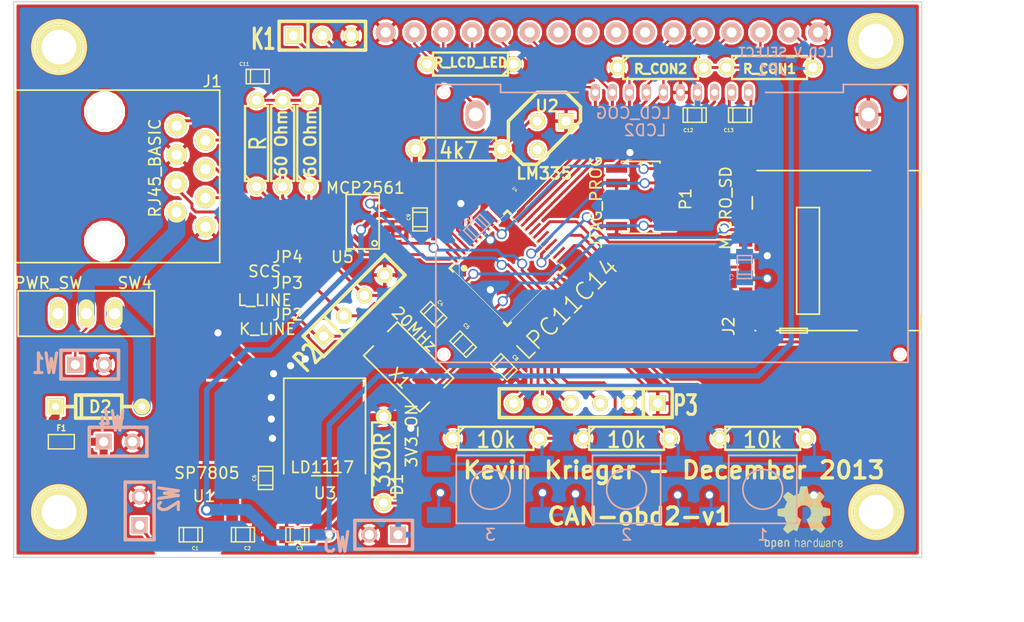
<source format=kicad_pcb>
(kicad_pcb (version 3) (host pcbnew "(2013-05-18 BZR 4017)-stable")
  (title_block (title obd2) (rev 1) (company "Kevin Krieger"))
  (layers (15 F.Cu power) (0 B.Cu signal) (18 B.Paste user) (19 F.Paste user) (20 B.SilkS user) (21 F.SilkS user) (22 B.Mask user) (23 F.Mask user) (28 Edge.Cuts user))
  (net 0 "")
  (net 1 +12V)
  (net 2 +3.3V)
  (net 3 +5V)
  (net 4 Button1)
  (net 5 Button2)
  (net 6 Button3)
  (net 7 CAN_H)
  (net 8 CAN_L)
  (net 9 CAN_RXD)
  (net 10 CAN_TXD)
  (net 11 CAN_XCVR_RS)
  (net 12 CARD_DETECT)
  (net 13 GND)
  (net 14 K_LINE)
  (net 15 LCD_DB4/SCL)
  (net 16 LCD_DB5/RST)
  (net 17 LCD_DB6)
  (net 18 LCD_DB7)
  (net 19 LCD_E/CSB)
  (net 20 LCD_RS/SI)
  (net 21 LCD_RW/RS)
  (net 22 L_LINE)
  (net 23 N-0000012)
  (net 24 N-0000013)
  (net 25 N-0000026)
  (net 26 N-0000028)
  (net 27 N-0000029)
  (net 28 N-0000033)
  (net 29 N-0000034)
  (net 30 N-0000035)
  (net 31 N-0000036)
  (net 32 N-0000048)
  (net 33 N-0000049)
  (net 34 N-0000050)
  (net 35 N-0000051)
  (net 36 N-0000052)
  (net 37 N-0000053)
  (net 38 N-0000063)
  (net 39 N-0000068)
  (net 40 N-0000069)
  (net 41 N-0000073)
  (net 42 N-0000074)
  (net 43 SCS)
  (net 44 SPI_MISO)
  (net 45 SPI_MOSI)
  (net 46 SPI_SCK)
  (net 47 SPI_SSEL)
  (net 48 SWCLK)
  (net 49 SWDIO)
  (net 50 TEMP)
  (net 51 UART_RXD)
  (net 52 UART_TXD)
  (net 53 VBAT)
  (net 54 ~RESET)
  (module SD_502702_003 (layer F.Cu) (at 176 108.5 270)
    (fp_text reference J2 (at 9.61 1.502 270) (layer F.SilkS))
    (fp_text value MICRO_SD (at -0.804 1.756 270) (layer F.SilkS))
    (pad 1 smd rect (at 0 0 270) (size 0.8 1.16) (layers F.Cu F.Paste F.Mask) (clearance 0.15))
    (pad 2 smd rect (at 1.1 0 270) (size 0.8 1.16) (layers F.Cu F.Paste F.Mask) (net 47 SPI_SSEL) (clearance 0.15))
    (pad 3 smd rect (at 2.2 0 270) (size 0.8 1.16) (layers F.Cu F.Paste F.Mask) (net 45 SPI_MOSI))
    (pad 4 smd rect (at 3.3 0 270) (size 0.8 1.16) (layers F.Cu F.Paste F.Mask) (net 2 +3.3V))
    (pad 5 smd rect (at 4.4 0 270) (size 0.8 1.16) (layers F.Cu F.Paste F.Mask) (net 46 SPI_SCK))
    (pad 6 smd rect (at 5.5 0 270) (size 0.8 1.16) (layers F.Cu F.Paste F.Mask) (net 13 GND))
    (pad 7 smd rect (at 6.6 0 270) (size 0.8 1.16) (layers F.Cu F.Paste F.Mask) (net 44 SPI_MISO))
    (pad 8 smd rect (at 7.7 0 270) (size 0.8 1.16) (layers F.Cu F.Paste F.Mask))
    (pad 9 smd rect (at 9.2 0 270) (size 1.6 1.16) (layers F.Cu F.Paste F.Mask) (net 13 GND))
    (pad 10 smd rect (at -3.11 0 270) (size 2 1.16) (layers F.Cu F.Paste F.Mask) (net 13 GND))
    (pad 11 smd rect (at 9.785 -1.745 270) (size 1.05 1.25) (layers F.Cu F.Paste F.Mask) (net 13 GND))
    (pad 12 smd rect (at 9.785 -10.87 270) (size 1.05 1.25) (layers F.Cu F.Paste F.Mask) (net 12 CARD_DETECT))
    (pad 13 smd rect (at -4.4 -12.92 270) (size 1 2.5) (layers F.Cu F.Paste F.Mask) (net 13 GND))
    (pad 14 smd rect (at 10.2 -13.07 270) (size 1 2.2) (layers F.Cu F.Paste F.Mask) (net 13 GND))
  )
  (module R3 (layer F.Cu) (at 135.2 102 270)
    (fp_text reference R4 hide)
    (fp_text value "60 Ohm" (at 0 0.127 270) (layer F.SilkS) (effects (font (thickness 0.2032))))
    (pad 1 thru_hole circle (at -3.81 0 270) (size 1.397 1.397) (drill 0.8128) (layers *.Cu *.Mask F.SilkS) (net 40 N-0000069))
    (pad 2 thru_hole circle (at 3.81 0 270) (size 1.397 1.397) (drill 0.8128) (layers *.Cu *.Mask F.SilkS) (net 8 CAN_L))
  )
  (module R3 (layer F.Cu) (at 137.5 102 90)
    (fp_text reference R3 hide)
    (fp_text value "60 Ohm" (at 0 0.127 90) (layer F.SilkS) (effects (font (thickness 0.2032))))
    (pad 1 thru_hole circle (at -3.81 0 90) (size 1.397 1.397) (drill 0.8128) (layers *.Cu *.Mask F.SilkS) (net 7 CAN_H))
    (pad 2 thru_hole circle (at 3.81 0 90) (size 1.397 1.397) (drill 0.8128) (layers *.Cu *.Mask F.SilkS) (net 40 N-0000069))
  )
  (module R3 (layer F.Cu) (at 132.9 102 90)
    (fp_text reference R2 hide)
    (fp_text value R (at 0 0.127 90) (layer F.SilkS) (effects (font (size 1.397 1.27) (thickness 0.2032))))
    (pad 1 thru_hole circle (at -3.81 0 90) (size 1.397 1.397) (drill 0.8128) (layers *.Cu *.Mask F.SilkS) (net 39 N-0000068))
    (pad 2 thru_hole circle (at 3.81 0 90) (size 1.397 1.397) (drill 0.8128) (layers *.Cu *.Mask F.SilkS) (net 40 N-0000069))
  )
  (module R3 (layer F.Cu) (at 144.1 129.9 270)
    (fp_text reference R1 hide)
    (fp_text value 330R (at 0 0.127 270) (layer F.SilkS) (effects (font (size 1.397 1.27) (thickness 0.2032))))
    (pad 1 thru_hole circle (at -3.81 0 270) (size 1.397 1.397) (drill 0.8128) (layers *.Cu *.Mask F.SilkS) (net 2 +3.3V))
    (pad 2 thru_hole circle (at 3.81 0 270) (size 1.397 1.397) (drill 0.8128) (layers *.Cu *.Mask F.SilkS) (net 38 N-0000063))
  )
  (module LED_J_LEAD (layer F.Cu) (at 146.5 132.7 90)
    (fp_text reference D1 (at 0.62 -1.212 90) (layer F.SilkS))
    (fp_text value 3V3_ON (at 4.938 0.058 90) (layer F.SilkS))
    (pad 1 smd rect (at -1.1 0 90) (size 1 1) (layers F.Cu F.Paste F.Mask) (net 38 N-0000063))
    (pad 2 smd rect (at 1.1 0 90) (size 1 1) (layers F.Cu F.Paste F.Mask) (net 13 GND))
  )
  (module GDM1602K (layer B.Cu) (at 182.372 92.202 180)
    (fp_text reference LCD1 hide)
    (fp_text value LCD16X2 hide)
    (pad 1 thru_hole circle (at 0 0 180) (size 1.7526 1.7526) (drill 0.889) (layers *.Cu *.Mask B.SilkS) (net 13 GND))
    (pad 2 thru_hole circle (at 2.54 0 180) (size 1.7526 1.7526) (drill 0.889) (layers *.Cu *.Mask B.SilkS) (net 33 N-0000049))
    (pad 3 thru_hole circle (at 5.08 0 180) (size 1.7526 1.7526) (drill 0.889) (layers *.Cu *.Mask B.SilkS) (net 42 N-0000074))
    (pad 4 thru_hole circle (at 7.62 0 180) (size 1.7526 1.7526) (drill 0.889) (layers *.Cu *.Mask B.SilkS) (net 20 LCD_RS/SI))
    (pad 5 thru_hole circle (at 10.16 0 180) (size 1.7526 1.7526) (drill 0.889) (layers *.Cu *.Mask B.SilkS) (net 21 LCD_RW/RS))
    (pad 6 thru_hole circle (at 12.7 0 180) (size 1.7526 1.7526) (drill 0.889) (layers *.Cu *.Mask B.SilkS) (net 19 LCD_E/CSB))
    (pad 7 thru_hole circle (at 15.24 0 180) (size 1.7526 1.7526) (drill 0.889) (layers *.Cu *.Mask B.SilkS))
    (pad 8 thru_hole circle (at 17.78 0 180) (size 1.7526 1.7526) (drill 0.889) (layers *.Cu *.Mask B.SilkS))
    (pad 9 thru_hole circle (at 20.32 0 180) (size 1.7526 1.7526) (drill 0.889) (layers *.Cu *.Mask B.SilkS))
    (pad 10 thru_hole circle (at 22.86 0 180) (size 1.7526 1.7526) (drill 0.889) (layers *.Cu *.Mask B.SilkS))
    (pad 11 thru_hole circle (at 25.4 0 180) (size 1.7526 1.7526) (drill 0.889) (layers *.Cu *.Mask B.SilkS) (net 15 LCD_DB4/SCL))
    (pad 12 thru_hole circle (at 27.94 0 180) (size 1.7526 1.7526) (drill 0.889) (layers *.Cu *.Mask B.SilkS) (net 16 LCD_DB5/RST))
    (pad 13 thru_hole circle (at 30.48 0 180) (size 1.7526 1.7526) (drill 0.889) (layers *.Cu *.Mask B.SilkS) (net 17 LCD_DB6))
    (pad 14 thru_hole circle (at 33.02 0 180) (size 1.7526 1.7526) (drill 0.889) (layers *.Cu *.Mask B.SilkS) (net 18 LCD_DB7))
    (pad 15 thru_hole circle (at 35.56 0 180) (size 1.7526 1.7526) (drill 0.889) (layers *.Cu *.Mask B.SilkS) (net 34 N-0000050))
    (pad 16 thru_hole circle (at 38.1 0 180) (size 1.7526 1.7526) (drill 0.889) (layers *.Cu *.Mask B.SilkS) (net 13 GND))
  )
  (module DPAK (layer F.Cu) (at 138.9 126.3 270)
    (fp_text reference U3 (at 6.542 -0.038 360) (layer F.SilkS))
    (fp_text value LD1117 (at 4.256 0.216 360) (layer F.SilkS))
    (pad 2 smd rect (at 0 0 270) (size 6.7 6.7) (layers F.Cu F.Paste F.Mask) (net 2 +3.3V))
    (pad 3 smd rect (at 6.65 -2.3 270) (size 3 1.6) (layers F.Cu F.Paste F.Mask) (net 3 +5V))
    (pad 1 smd rect (at 6.65 2.3 270) (size 3 1.6) (layers F.Cu F.Paste F.Mask) (net 13 GND))
  )
  (module CSM-3X (layer F.Cu) (at 146.3 121.7 315)
    (fp_text reference X1 (at 0.141421 1.272792 315) (layer F.SilkS))
    (fp_text value 20MHz (at -1.99687 -2.720947 315) (layer F.SilkS))
    (pad 1 smd rect (at -2.75 0 315) (size 3.5 1.2) (layers F.Cu F.Paste F.Mask) (net 23 N-0000012))
    (pad 2 smd rect (at 2.75 0 315) (size 3.5 1.2) (layers F.Cu F.Paste F.Mask) (net 24 N-0000013))
  )
  (module c_0805 (layer F.Cu) (at 131.7 136.5 180)
    (fp_text reference C2 (at -0.4 -1.2 180) (layer F.SilkS) (effects (font (size 0.29972 0.29972) (thickness 0.06096))))
    (fp_text value 0.1uF hide)
    (pad 1 smd rect (at 0.9525 0 180) (size 1.30048 1.4986) (layers F.Cu F.Paste F.Mask) (net 3 +5V))
    (pad 2 smd rect (at -0.9525 0 180) (size 1.30048 1.4986) (layers F.Cu F.Paste F.Mask) (net 13 GND))
  )
  (module c_0805 (layer B.Cu) (at 175.9 112.9 90)
    (fp_text reference C7 (at -0.892 -1.148 90) (layer B.SilkS) (effects (font (size 0.29972 0.29972) (thickness 0.06096)) (justify mirror)))
    (fp_text value 0.1u hide)
    (pad 1 smd rect (at 0.9525 0 90) (size 1.30048 1.4986) (layers B.Cu B.Paste B.Mask) (net 2 +3.3V))
    (pad 2 smd rect (at -0.9525 0 90) (size 1.30048 1.4986) (layers B.Cu B.Paste B.Mask) (net 13 GND))
  )
  (module c_0805 (layer F.Cu) (at 148.5 117.1 315)
    (fp_text reference C4 (at -0.299813 -1.145513 315) (layer F.SilkS) (effects (font (size 0.29972 0.29972) (thickness 0.06096))))
    (fp_text value 39pF hide)
    (pad 1 smd rect (at 0.9525 0 315) (size 1.30048 1.4986) (layers F.Cu F.Paste F.Mask) (net 13 GND))
    (pad 2 smd rect (at -0.9525 0 315) (size 1.30048 1.4986) (layers F.Cu F.Paste F.Mask) (net 23 N-0000012))
  )
  (module c_0805 (layer F.Cu) (at 151.1 119.7 135)
    (fp_text reference C5 (at 0.923481 1.325118 135) (layer F.SilkS) (effects (font (size 0.29972 0.29972) (thickness 0.06096))))
    (fp_text value 39pF hide)
    (pad 1 smd rect (at 0.9525 0 135) (size 1.30048 1.4986) (layers F.Cu F.Paste F.Mask) (net 13 GND))
    (pad 2 smd rect (at -0.9525 0 135) (size 1.30048 1.4986) (layers F.Cu F.Paste F.Mask) (net 24 N-0000013))
  )
  (module c_0805 (layer F.Cu) (at 147.3 108.7 90)
    (fp_text reference C9 (at 0.2 -1 90) (layer F.SilkS) (effects (font (size 0.29972 0.29972) (thickness 0.06096))))
    (fp_text value 0.1u hide)
    (pad 1 smd rect (at 0.9525 0 90) (size 1.30048 1.4986) (layers F.Cu F.Paste F.Mask) (net 3 +5V))
    (pad 2 smd rect (at -0.9525 0 90) (size 1.30048 1.4986) (layers F.Cu F.Paste F.Mask) (net 13 GND))
  )
  (module c_0805 (layer B.Cu) (at 152.3 109.4 225)
    (fp_text reference C10 (at 0 0.9906 225) (layer B.SilkS) (effects (font (size 0.29972 0.29972) (thickness 0.06096)) (justify mirror)))
    (fp_text value 0.1u hide)
    (pad 1 smd rect (at 0.9525 0 225) (size 1.30048 1.4986) (layers B.Cu B.Paste B.Mask) (net 2 +3.3V))
    (pad 2 smd rect (at -0.9525 0 225) (size 1.30048 1.4986) (layers B.Cu B.Paste B.Mask) (net 13 GND))
  )
  (module c_0805 (layer F.Cu) (at 154.7 121.7 135)
    (fp_text reference C8 (at -0.145664 1.271378 135) (layer F.SilkS) (effects (font (size 0.29972 0.29972) (thickness 0.06096))))
    (fp_text value 0.1u hide)
    (pad 1 smd rect (at 0.9525 0 135) (size 1.30048 1.4986) (layers F.Cu F.Paste F.Mask) (net 2 +3.3V))
    (pad 2 smd rect (at -0.9525 0 135) (size 1.30048 1.4986) (layers F.Cu F.Paste F.Mask) (net 13 GND))
  )
  (module c_0805 (layer F.Cu) (at 133.7 131.5 90)
    (fp_text reference C6 (at 0 -0.9906 90) (layer F.SilkS) (effects (font (size 0.29972 0.29972) (thickness 0.06096))))
    (fp_text value 10uF hide)
    (pad 1 smd rect (at 0.9525 0 90) (size 1.30048 1.4986) (layers F.Cu F.Paste F.Mask) (net 2 +3.3V))
    (pad 2 smd rect (at -0.9525 0 90) (size 1.30048 1.4986) (layers F.Cu F.Paste F.Mask) (net 13 GND))
  )
  (module c_0805 (layer F.Cu) (at 127.1 136.5 180)
    (fp_text reference C1 (at -0.4 -1.2 180) (layer F.SilkS) (effects (font (size 0.29972 0.29972) (thickness 0.06096))))
    (fp_text value 0.33uF hide)
    (pad 1 smd rect (at 0.9525 0 180) (size 1.30048 1.4986) (layers F.Cu F.Paste F.Mask) (net 1 +12V))
    (pad 2 smd rect (at -0.9525 0 180) (size 1.30048 1.4986) (layers F.Cu F.Paste F.Mask) (net 13 GND))
  )
  (module c_0805 (layer F.Cu) (at 136.5 136.5)
    (fp_text reference C3 (at 0.2 1.2) (layer F.SilkS) (effects (font (size 0.29972 0.29972) (thickness 0.06096))))
    (fp_text value 0.1uF hide)
    (pad 1 smd rect (at 0.9525 0) (size 1.30048 1.4986) (layers F.Cu F.Paste F.Mask) (net 3 +5V))
    (pad 2 smd rect (at -0.9525 0) (size 1.30048 1.4986) (layers F.Cu F.Paste F.Mask) (net 13 GND))
  )
  (module c_0805 (layer F.Cu) (at 133 96.1 180)
    (fp_text reference C11 (at 1.174 1.104 180) (layer F.SilkS) (effects (font (size 0.29972 0.29972) (thickness 0.06096))))
    (fp_text value C hide)
    (pad 1 smd rect (at 0.9525 0 180) (size 1.30048 1.4986) (layers F.Cu F.Paste F.Mask) (net 13 GND))
    (pad 2 smd rect (at -0.9525 0 180) (size 1.30048 1.4986) (layers F.Cu F.Paste F.Mask) (net 40 N-0000069))
  )
  (module 1pin (layer F.Cu) (at 187.5 134.5)
    (fp_text reference MP1 (at 0 -0.2) (layer F.SilkS) (effects (font (size 1.016 1.016) (thickness 0.254))))
    (fp_text value SCREW_4-40 hide)
    (pad 1 thru_hole circle (at 0 0) (size 4.064 4.064) (drill 3.048) (layers *.Cu *.Mask F.SilkS))
  )
  (module 1pin (layer F.Cu) (at 115.5 134.5)
    (fp_text reference MP2 (at 0 0.2) (layer F.SilkS) (effects (font (size 1.016 1.016) (thickness 0.254))))
    (fp_text value SCREW_4-40 hide)
    (pad 1 thru_hole circle (at 0 0) (size 4.064 4.064) (drill 3.048) (layers *.Cu *.Mask F.SilkS))
  )
  (module 1pin (layer F.Cu) (at 115.5 93.5)
    (fp_text reference MP3 (at 0 0.2) (layer F.SilkS) (effects (font (size 1.016 1.016) (thickness 0.254))))
    (fp_text value SCREW_4-40 hide)
    (pad 1 thru_hole circle (at 0 0) (size 4.064 4.064) (drill 3.048) (layers *.Cu *.Mask F.SilkS))
  )
  (module 1pin (layer F.Cu) (at 187.452 92.964)
    (fp_text reference MP4 (at 0 0) (layer F.SilkS) (effects (font (size 1.016 1.016) (thickness 0.254))))
    (fp_text value SCREW_4-40 hide)
    (pad 1 thru_hole circle (at 0 0) (size 4.064 4.064) (drill 3.048) (layers *.Cu *.Mask F.SilkS))
  )
  (module TO-252-3 (layer F.Cu) (at 128.3 126.5)
    (fp_text reference U1 (at -0.03 6.596) (layer F.SilkS))
    (fp_text value SP7805 (at 0.224 4.564) (layer F.SilkS))
    (pad 2 smd rect (at 0 0) (size 7 7) (layers F.Cu F.Paste F.Mask) (net 13 GND))
    (pad 1 smd rect (at -2.3 6.75) (size 1.5 2.5) (layers F.Cu F.Paste F.Mask) (net 1 +12V))
    (pad 3 smd rect (at 2.3 6.75) (size 1.5 2.5) (layers F.Cu F.Paste F.Mask) (net 3 +5V))
  )
  (module SIL-2 (layer B.Cu) (at 118.2 121.5)
    (fp_text reference W1 (at -3.9 -0.088) (layer B.SilkS) (effects (font (size 1.72974 1.08712) (thickness 0.3048)) (justify mirror)))
    (fp_text value VBAT_T hide)
    (pad 1 thru_hole rect (at -1.27 0) (size 1.397 1.397) (drill 0.8128) (layers *.Cu *.Mask B.SilkS) (net 53 VBAT))
    (pad 2 thru_hole circle (at 1.27 0) (size 1.397 1.397) (drill 0.8128) (layers *.Cu *.Mask B.SilkS) (net 13 GND))
  )
  (module SIL-2 (layer B.Cu) (at 122.6 134.4 90)
    (fp_text reference W2 (at 1.05 2.622 90) (layer B.SilkS) (effects (font (size 1.72974 1.08712) (thickness 0.3048)) (justify mirror)))
    (fp_text value 5V_T hide)
    (pad 1 thru_hole rect (at -1.27 0 90) (size 1.397 1.397) (drill 0.8128) (layers *.Cu *.Mask B.SilkS) (net 3 +5V))
    (pad 2 thru_hole circle (at 1.27 0 90) (size 1.397 1.397) (drill 0.8128) (layers *.Cu *.Mask B.SilkS) (net 13 GND))
  )
  (module SIL-2 (layer B.Cu) (at 144.1 136.5 180)
    (fp_text reference W3 (at 4.146 -0.66 180) (layer B.SilkS) (effects (font (size 1.72974 1.08712) (thickness 0.3048)) (justify mirror)))
    (fp_text value 3V3_T hide)
    (pad 1 thru_hole rect (at -1.27 0 180) (size 1.397 1.397) (drill 0.8128) (layers *.Cu *.Mask B.SilkS) (net 2 +3.3V))
    (pad 2 thru_hole circle (at 1.27 0 180) (size 1.397 1.397) (drill 0.8128) (layers *.Cu *.Mask B.SilkS) (net 13 GND))
  )
  (module R3 (layer F.Cu) (at 154 128)
    (fp_text reference R6 hide)
    (fp_text value 10k (at 0 0.127) (layer F.SilkS) (effects (font (size 1.397 1.27) (thickness 0.2032))))
    (pad 1 thru_hole circle (at -3.81 0) (size 1.397 1.397) (drill 0.8128) (layers *.Cu *.Mask F.SilkS) (net 2 +3.3V))
    (pad 2 thru_hole circle (at 3.81 0) (size 1.397 1.397) (drill 0.8128) (layers *.Cu *.Mask F.SilkS) (net 4 Button1))
  )
  (module R3 (layer F.Cu) (at 165.5 128)
    (fp_text reference R7 hide)
    (fp_text value 10k (at 0 0.127) (layer F.SilkS) (effects (font (size 1.397 1.27) (thickness 0.2032))))
    (pad 1 thru_hole circle (at -3.81 0) (size 1.397 1.397) (drill 0.8128) (layers *.Cu *.Mask F.SilkS) (net 2 +3.3V))
    (pad 2 thru_hole circle (at 3.81 0) (size 1.397 1.397) (drill 0.8128) (layers *.Cu *.Mask F.SilkS) (net 5 Button2))
  )
  (module R3 (layer F.Cu) (at 177.5 128)
    (fp_text reference R8 hide)
    (fp_text value 10k (at 0 0.127) (layer F.SilkS) (effects (font (size 1.397 1.27) (thickness 0.2032))))
    (pad 1 thru_hole circle (at -3.81 0) (size 1.397 1.397) (drill 0.8128) (layers *.Cu *.Mask F.SilkS) (net 2 +3.3V))
    (pad 2 thru_hole circle (at 3.81 0) (size 1.397 1.397) (drill 0.8128) (layers *.Cu *.Mask F.SilkS) (net 6 Button3))
  )
  (module R3 (layer F.Cu) (at 150.7 102.5)
    (fp_text reference R5 hide)
    (fp_text value 4k7 (at 0 0.127) (layer F.SilkS) (effects (font (size 1.397 1.27) (thickness 0.2032))))
    (pad 1 thru_hole circle (at -3.81 0) (size 1.397 1.397) (drill 0.8128) (layers *.Cu *.Mask F.SilkS) (net 3 +5V))
    (pad 2 thru_hole circle (at 3.81 0) (size 1.397 1.397) (drill 0.8128) (layers *.Cu *.Mask F.SilkS) (net 50 TEMP))
  )
  (module GRPB052VWQS-RC (layer F.Cu) (at 166.75 106.75 270)
    (fp_text reference P1 (at 0.15 -3.95 270) (layer F.SilkS))
    (fp_text value JTAG_PROG (at 0.438 3.936 270) (layer F.SilkS))
    (pad 4 smd rect (at -1.27 -2.125 270) (size 0.74 1.85) (layers F.Cu F.Paste F.Mask) (net 48 SWCLK))
    (pad 6 smd rect (at 0 -2.125 270) (size 0.74 1.85) (layers F.Cu F.Paste F.Mask))
    (pad 8 smd rect (at 1.27 -2.125 270) (size 0.74 1.85) (layers F.Cu F.Paste F.Mask))
    (pad 10 smd rect (at 2.54 -2.125 270) (size 0.74 1.85) (layers F.Cu F.Paste F.Mask) (net 54 ~RESET))
    (pad 1 smd rect (at -2.54 2.125 270) (size 0.74 1.85) (layers F.Cu F.Paste F.Mask) (net 2 +3.3V))
    (pad 3 smd rect (at -1.27 2.125 270) (size 0.74 1.85) (layers F.Cu F.Paste F.Mask) (net 13 GND))
    (pad 5 smd rect (at 0 2.125 270) (size 0.74 1.85) (layers F.Cu F.Paste F.Mask) (net 13 GND))
    (pad 7 smd rect (at 1.27 2.125 270) (size 0.74 1.85) (layers F.Cu F.Paste F.Mask))
    (pad 9 smd rect (at 2.54 2.125 270) (size 0.74 1.85) (layers F.Cu F.Paste F.Mask) (net 13 GND))
    (pad 2 smd rect (at -2.54 -2.125 270) (size 0.74 1.85) (layers F.Cu F.Paste F.Mask) (net 49 SWDIO))
  )
  (module FSM4JSMA_pushbutton (layer B.Cu) (at 153.5 132.5 270)
    (fp_text reference 3 (at 4 0 360) (layer B.SilkS) (effects (justify mirror)))
    (fp_text value SW_OFF_MOM hide)
    (pad 1 smd rect (at 2.25 4.55 270) (size 1.4 2.1) (layers B.Cu B.Paste B.Mask) (net 13 GND))
    (pad 1 smd rect (at 2.25 -4.55 270) (size 1.4 2.1) (layers B.Cu B.Paste B.Mask) (net 13 GND))
    (pad 2 smd rect (at -2.25 4.55 270) (size 1.4 2.1) (layers B.Cu B.Paste B.Mask) (net 4 Button1))
    (pad 2 smd rect (at -2.25 -4.55 270) (size 1.4 2.1) (layers B.Cu B.Paste B.Mask) (net 4 Button1))
  )
  (module FSM4JSMA_pushbutton (layer B.Cu) (at 165.5 132.5 270)
    (fp_text reference 2 (at 4 0 360) (layer B.SilkS) (effects (justify mirror)))
    (fp_text value SW_OFF_MOM hide)
    (pad 1 smd rect (at 2.25 4.55 270) (size 1.4 2.1) (layers B.Cu B.Paste B.Mask) (net 13 GND))
    (pad 1 smd rect (at 2.25 -4.55 270) (size 1.4 2.1) (layers B.Cu B.Paste B.Mask) (net 13 GND))
    (pad 2 smd rect (at -2.25 4.55 270) (size 1.4 2.1) (layers B.Cu B.Paste B.Mask) (net 5 Button2))
    (pad 2 smd rect (at -2.25 -4.55 270) (size 1.4 2.1) (layers B.Cu B.Paste B.Mask) (net 5 Button2))
  )
  (module FSM4JSMA_pushbutton (layer B.Cu) (at 177.5 132.5 270)
    (fp_text reference 1 (at 4 0 360) (layer B.SilkS) (effects (justify mirror)))
    (fp_text value SW_OFF_MOM hide)
    (pad 1 smd rect (at 2.25 4.55 270) (size 1.4 2.1) (layers B.Cu B.Paste B.Mask) (net 13 GND))
    (pad 1 smd rect (at 2.25 -4.55 270) (size 1.4 2.1) (layers B.Cu B.Paste B.Mask) (net 13 GND))
    (pad 2 smd rect (at -2.25 4.55 270) (size 1.4 2.1) (layers B.Cu B.Paste B.Mask) (net 6 Button3))
    (pad 2 smd rect (at -2.25 -4.55 270) (size 1.4 2.1) (layers B.Cu B.Paste B.Mask) (net 6 Button3))
  )
  (module TO92 (layer F.Cu) (at 158.9 101.3)
    (fp_text reference U2 (at -0.4 -2.6) (layer F.SilkS) (effects (font (size 1.016 1.016) (thickness 0.2032))))
    (fp_text value LM335 (at -0.658 3.348) (layer F.SilkS) (effects (font (size 1.016 1.016) (thickness 0.2032))))
    (pad 1 thru_hole rect (at 1.27 -1.27) (size 1.397 1.397) (drill 0.8128) (layers *.Cu *.Mask F.SilkS) (net 13 GND))
    (pad 2 thru_hole circle (at -1.27 -1.27) (size 1.397 1.397) (drill 0.8128) (layers *.Cu *.Mask F.SilkS) (net 50 TEMP))
    (pad 3 thru_hole circle (at -1.27 1.27) (size 1.397 1.397) (drill 0.8128) (layers *.Cu *.Mask F.SilkS))
  )
  (module SOLDER_JUMPER_3 (layer B.Cu) (at 180 95 270)
    (fp_text reference JP1 (at 0.504 1.692 360) (layer B.SilkS) (effects (justify mirror)))
    (fp_text value LCD_V_SELECT (at -1.02 0.422 360) (layer B.SilkS) (effects (font (size 0.8 0.8)) (justify mirror)))
    (pad 1 smd rect (at -0.375 0 270) (size 0.5 1) (layers B.Cu B.Paste B.Mask) (net 2 +3.3V) (clearance 0.125))
    (pad 2 smd rect (at 0.375 0 270) (size 0.5 1) (layers B.Cu B.Paste B.Mask) (net 33 N-0000049) (clearance 0.125))
    (pad 3 smd rect (at 1.125 0 270) (size 0.5 1) (layers B.Cu B.Paste B.Mask) (net 3 +5V) (clearance 0.125))
  )
  (module SOIC-8-Narrow (layer F.Cu) (at 142.3 108.9 90)
    (fp_text reference U5 (at -3.114 -1.838 180) (layer F.SilkS))
    (fp_text value MCP2561 (at 2.982 0.194 180) (layer F.SilkS))
    (pad 2 smd rect (at -0.63 2.6 90) (size 0.6 1.55) (layers F.Cu F.Paste F.Mask) (net 13 GND))
    (pad 3 smd rect (at 0.64 2.6 90) (size 0.6 1.55) (layers F.Cu F.Paste F.Mask) (net 3 +5V))
    (pad 4 smd rect (at 1.91 2.6 90) (size 0.6 1.55) (layers F.Cu F.Paste F.Mask) (net 9 CAN_RXD))
    (pad 5 smd rect (at -1.9 -2.7 90) (size 0.6 1.55) (layers F.Cu F.Paste F.Mask) (net 39 N-0000068))
    (pad 6 smd rect (at -0.63 -2.7 90) (size 0.6 1.55) (layers F.Cu F.Paste F.Mask) (net 8 CAN_L))
    (pad 7 smd rect (at 0.7 -2.7 90) (size 0.6 1.55) (layers F.Cu F.Paste F.Mask) (net 7 CAN_H))
    (pad 8 smd rect (at 1.91 -2.7 90) (size 0.6 1.55) (layers F.Cu F.Paste F.Mask) (net 11 CAN_XCVR_RS))
    (pad 1 smd rect (at -1.9 2.6 90) (size 0.6 1.55) (layers F.Cu F.Paste F.Mask) (net 10 CAN_TXD))
  )
  (module R3 (layer F.Cu) (at 151.75 95 180)
    (fp_text reference R9 hide)
    (fp_text value R_LCD_LED (at 0 0.127 180) (layer F.SilkS) (effects (font (size 0.8 0.8) (thickness 0.2))))
    (pad 1 thru_hole circle (at -3.81 0 180) (size 1.397 1.397) (drill 0.8128) (layers *.Cu *.Mask F.SilkS) (net 2 +3.3V))
    (pad 2 thru_hole circle (at 3.81 0 180) (size 1.397 1.397) (drill 0.8128) (layers *.Cu *.Mask F.SilkS) (net 34 N-0000050))
  )
  (module c_0805 (layer F.Cu) (at 171.5 99.5 180)
    (fp_text reference C12 (at 0.558 -1.338 180) (layer F.SilkS) (effects (font (size 0.29972 0.29972) (thickness 0.06096))))
    (fp_text value 1u hide)
    (pad 1 smd rect (at 0.9525 0 180) (size 1.30048 1.4986) (layers F.Cu F.Paste F.Mask) (net 13 GND))
    (pad 2 smd rect (at -0.9525 0 180) (size 1.30048 1.4986) (layers F.Cu F.Paste F.Mask) (net 35 N-0000051))
  )
  (module c_0805 (layer F.Cu) (at 175.5 99.5 180)
    (fp_text reference C13 (at 1.002 -1.338 180) (layer F.SilkS) (effects (font (size 0.29972 0.29972) (thickness 0.06096))))
    (fp_text value 1u hide)
    (pad 1 smd rect (at 0.9525 0 180) (size 1.30048 1.4986) (layers F.Cu F.Paste F.Mask) (net 37 N-0000053))
    (pad 2 smd rect (at -0.9525 0 180) (size 1.30048 1.4986) (layers F.Cu F.Paste F.Mask) (net 36 N-0000052))
  )
  (module SOLDER_JUMPER (layer F.Cu) (at 133.7 117.1)
    (fp_text reference JP2 (at 1.936 -0.006) (layer F.SilkS))
    (fp_text value K_LINE (at 0.158 1.264) (layer F.SilkS))
    (pad 1 smd rect (at -0.375 0) (size 0.5 1) (layers F.Cu F.Paste F.Mask) (net 14 K_LINE) (clearance 0.125))
    (pad 2 smd rect (at 0.375 0) (size 0.5 1) (layers F.Cu F.Paste F.Mask) (net 28 N-0000033) (clearance 0.125))
  )
  (module SOLDER_JUMPER (layer F.Cu) (at 133.7 114.3)
    (fp_text reference JP3 (at 1.936 0) (layer F.SilkS))
    (fp_text value L_LINE (at -0.096 1.524) (layer F.SilkS))
    (pad 1 smd rect (at -0.375 0) (size 0.5 1) (layers F.Cu F.Paste F.Mask) (net 22 L_LINE) (clearance 0.125))
    (pad 2 smd rect (at 0.375 0) (size 0.5 1) (layers F.Cu F.Paste F.Mask) (net 27 N-0000029) (clearance 0.125))
  )
  (module SOLDER_JUMPER (layer F.Cu) (at 133.7 111.9)
    (fp_text reference JP4 (at 1.936 0.114) (layer F.SilkS))
    (fp_text value SCS (at -0.096 1.384) (layer F.SilkS))
    (pad 1 smd rect (at -0.375 0) (size 0.5 1) (layers F.Cu F.Paste F.Mask) (net 43 SCS) (clearance 0.125))
    (pad 2 smd rect (at 0.375 0) (size 0.5 1) (layers F.Cu F.Paste F.Mask) (net 26 N-0000028) (clearance 0.125))
  )
  (module SM0603 (layer F.Cu) (at 115.7 128.3 180)
    (fp_text reference F1 (at 0 1.2 180) (layer F.SilkS) (effects (font (size 0.508 0.4572) (thickness 0.1143))))
    (fp_text value "approx 300mA" hide)
    (pad 1 smd rect (at -0.762 0 180) (size 0.635 1.143) (layers F.Cu F.Paste F.Mask) (net 1 +12V))
    (pad 2 smd rect (at 0.762 0 180) (size 0.635 1.143) (layers F.Cu F.Paste F.Mask) (net 41 N-0000073))
  )
  (module SIL-6 (layer F.Cu) (at 161.9 124.9 180)
    (fp_text reference P3 (at -8.8 -0.2 180) (layer F.SilkS) (effects (font (size 1.72974 1.08712) (thickness 0.3048))))
    (fp_text value IO_2 hide)
    (pad 1 thru_hole rect (at -6.35 0 180) (size 1.397 1.397) (drill 0.8128) (layers *.Cu *.Mask F.SilkS) (net 13 GND))
    (pad 2 thru_hole circle (at -3.81 0 180) (size 1.397 1.397) (drill 0.8128) (layers *.Cu *.Mask F.SilkS) (net 2 +3.3V))
    (pad 3 thru_hole circle (at -1.27 0 180) (size 1.397 1.397) (drill 0.8128) (layers *.Cu *.Mask F.SilkS) (net 29 N-0000034))
    (pad 4 thru_hole circle (at 1.27 0 180) (size 1.397 1.397) (drill 0.8128) (layers *.Cu *.Mask F.SilkS) (net 31 N-0000036))
    (pad 5 thru_hole circle (at 3.81 0 180) (size 1.397 1.397) (drill 0.8128) (layers *.Cu *.Mask F.SilkS) (net 30 N-0000035))
    (pad 6 thru_hole circle (at 6.35 0 180) (size 1.397 1.397) (drill 0.8128) (layers *.Cu *.Mask F.SilkS) (net 32 N-0000048))
  )
  (module SIL-4 (layer F.Cu) (at 141.5 116.3 45)
    (fp_text reference P2 (at -6.144758 0.366281 45) (layer F.SilkS) (effects (font (size 1.73482 1.08712) (thickness 0.3048))))
    (fp_text value IO_1 hide)
    (pad 1 thru_hole rect (at -3.81 0 45) (size 1.397 1.397) (drill 0.8128) (layers *.Cu *.Mask F.SilkS) (net 28 N-0000033))
    (pad 2 thru_hole circle (at -1.27 0 45) (size 1.397 1.397) (drill 0.8128) (layers *.Cu *.Mask F.SilkS) (net 27 N-0000029))
    (pad 3 thru_hole circle (at 1.27 0 45) (size 1.397 1.397) (drill 0.8128) (layers *.Cu *.Mask F.SilkS) (net 26 N-0000028))
    (pad 4 thru_hole circle (at 3.81 0 45) (size 1.397 1.397) (drill 0.8128) (layers *.Cu *.Mask F.SilkS) (net 13 GND))
  )
  (module SIL-2 (layer B.Cu) (at 120.7 128.3)
    (fp_text reference W4 (at -0.558 -1.808) (layer B.SilkS) (effects (font (size 1.72974 1.08712) (thickness 0.3048)) (justify mirror)))
    (fp_text value 12V_T hide)
    (pad 1 thru_hole rect (at -1.27 0) (size 1.397 1.397) (drill 0.8128) (layers *.Cu *.Mask B.SilkS) (net 1 +12V))
    (pad 2 thru_hole circle (at 1.27 0) (size 1.397 1.397) (drill 0.8128) (layers *.Cu *.Mask B.SilkS) (net 13 GND))
  )
  (module R3 (layer F.Cu) (at 178.1 95.3)
    (fp_text reference R10 hide)
    (fp_text value R_CON1 (at 0 0.127) (layer F.SilkS) (effects (font (size 0.8 0.8) (thickness 0.2))))
    (pad 1 thru_hole circle (at -3.81 0) (size 1.397 1.397) (drill 0.8128) (layers *.Cu *.Mask F.SilkS) (net 42 N-0000074))
    (pad 2 thru_hole circle (at 3.81 0) (size 1.397 1.397) (drill 0.8128) (layers *.Cu *.Mask F.SilkS) (net 33 N-0000049))
  )
  (module R3 (layer F.Cu) (at 168.5 95.3)
    (fp_text reference R11 hide)
    (fp_text value R_CON2 (at 0 0.127) (layer F.SilkS) (effects (font (size 0.8 0.8) (thickness 0.2))))
    (pad 1 thru_hole circle (at -3.81 0) (size 1.397 1.397) (drill 0.8128) (layers *.Cu *.Mask F.SilkS) (net 13 GND))
    (pad 2 thru_hole circle (at 3.81 0) (size 1.397 1.397) (drill 0.8128) (layers *.Cu *.Mask F.SilkS) (net 42 N-0000074))
  )
  (module MMS1208 (layer F.Cu) (at 117.9 117 180)
    (fp_text reference SW4 (at -4.274 2.7 180) (layer F.SilkS))
    (fp_text value PWR_SW (at 3.346 2.7 180) (layer F.SilkS))
    (pad 2 thru_hole oval (at 0 0 180) (size 1.4 2.5) (drill 1) (layers *.Cu *.Mask F.SilkS) (net 53 VBAT))
    (pad 1 thru_hole oval (at -2.5 0 180) (size 1.4 2.5) (drill 1) (layers *.Cu *.Mask F.SilkS) (net 25 N-0000026))
    (pad 3 thru_hole oval (at 2.5 0 180) (size 1.4 2.5) (drill 1) (layers *.Cu *.Mask F.SilkS))
  )
  (module DO-35 (layer F.Cu) (at 119 125.2 180)
    (fp_text reference D2 (at -0.126 -0.022 180) (layer F.SilkS) (effects (font (size 1.016 1.016) (thickness 0.2032))))
    (fp_text value 1N4149 hide)
    (pad 2 thru_hole rect (at 3.81 0 180) (size 1.4224 1.4224) (drill 0.6096) (layers *.Cu *.Mask F.SilkS) (net 41 N-0000073))
    (pad 1 thru_hole circle (at -3.81 0 180) (size 1.4224 1.4224) (drill 0.6096) (layers *.Cu *.Mask F.SilkS) (net 25 N-0000026))
  )
  (module SIL-3 (layer F.Cu) (at 138.7 92.5)
    (fp_text reference K1 (at -5.2 0.3) (layer F.SilkS) (effects (font (size 1.7907 1.07696) (thickness 0.3048))))
    (fp_text value UART hide)
    (pad 1 thru_hole rect (at -2.54 0) (size 1.397 1.397) (drill 0.8128) (layers *.Cu *.Mask F.SilkS) (net 52 UART_TXD))
    (pad 2 thru_hole circle (at 0 0) (size 1.397 1.397) (drill 0.8128) (layers *.Cu *.Mask F.SilkS) (net 51 UART_RXD))
    (pad 3 thru_hole circle (at 2.54 0) (size 1.397 1.397) (drill 0.8128) (layers *.Cu *.Mask F.SilkS) (net 13 GND))
  )
  (module LQFP48 (layer F.Cu) (at 155 113 315)
    (fp_text reference U4 (at -4.45 -5.377 315) (layer F.SilkS) (effects (font (size 0.254 0.254) (thickness 0.0508))))
    (fp_text value LPC11C14 (at 6.264966 -1.193596 405) (layer F.SilkS) (effects (font (size 1.524 1.524))))
    (pad 1 smd rect (at -2.75 4.146967 225) (size 1.406066 0.23) (layers F.Cu F.Paste F.Mask) (net 26 N-0000028))
    (pad 2 smd rect (at -2.25 4.146967 225) (size 1.406066 0.23) (layers F.Cu F.Paste F.Mask) (net 27 N-0000029))
    (pad 3 smd rect (at -1.75 4.146967 225) (size 1.406066 0.23) (layers F.Cu F.Paste F.Mask) (net 54 ~RESET))
    (pad 4 smd rect (at -1.25 4.146967 225) (size 1.406066 0.23) (layers F.Cu F.Paste F.Mask) (net 28 N-0000033))
    (pad 5 smd rect (at -0.75 4.146967 225) (size 1.406066 0.23) (layers F.Cu F.Paste F.Mask) (net 13 GND))
    (pad 6 smd rect (at -0.25 4.146967 225) (size 1.406066 0.23) (layers F.Cu F.Paste F.Mask) (net 23 N-0000012))
    (pad 7 smd rect (at 0.25 4.146967 225) (size 1.406066 0.23) (layers F.Cu F.Paste F.Mask) (net 24 N-0000013))
    (pad 8 smd rect (at 0.75 4.146967 225) (size 1.406066 0.23) (layers F.Cu F.Paste F.Mask) (net 2 +3.3V))
    (pad 9 smd rect (at 1.25 4.146967 225) (size 1.406066 0.23) (layers F.Cu F.Paste F.Mask))
    (pad 10 smd rect (at 1.75 4.146967 225) (size 1.406066 0.23) (layers F.Cu F.Paste F.Mask) (net 47 SPI_SSEL))
    (pad 11 smd rect (at 2.25 4.146967 225) (size 1.406066 0.23) (layers F.Cu F.Paste F.Mask))
    (pad 12 smd rect (at 2.75 4.146967 225) (size 1.406066 0.23) (layers F.Cu F.Paste F.Mask))
    (pad 13 smd rect (at 4.146967 2.75 315) (size 1.406066 0.23) (layers F.Cu F.Paste F.Mask))
    (pad 14 smd rect (at 4.146967 2.25 315) (size 1.406066 0.23) (layers F.Cu F.Paste F.Mask) (net 32 N-0000048))
    (pad 15 smd rect (at 4.146967 1.75 315) (size 1.406066 0.23) (layers F.Cu F.Paste F.Mask) (net 30 N-0000035))
    (pad 16 smd rect (at 4.146967 1.25 315) (size 1.406066 0.23) (layers F.Cu F.Paste F.Mask) (net 31 N-0000036))
    (pad 17 smd rect (at 4.146967 0.75 315) (size 1.406066 0.23) (layers F.Cu F.Paste F.Mask) (net 29 N-0000034))
    (pad 18 smd rect (at 4.146967 0.25 315) (size 1.406066 0.23) (layers F.Cu F.Paste F.Mask) (net 4 Button1))
    (pad 19 smd rect (at 4.146967 -0.25 315) (size 1.406066 0.23) (layers F.Cu F.Paste F.Mask) (net 9 CAN_RXD))
    (pad 20 smd rect (at 4.146967 -0.75 315) (size 1.406066 0.23) (layers F.Cu F.Paste F.Mask) (net 10 CAN_TXD))
    (pad 21 smd rect (at 4.146967 -1.25 315) (size 1.406066 0.23) (layers F.Cu F.Paste F.Mask) (net 5 Button2))
    (pad 22 smd rect (at 4.146967 -1.75 315) (size 1.406066 0.23) (layers F.Cu F.Paste F.Mask))
    (pad 23 smd rect (at 4.146967 -2.25 315) (size 1.406066 0.23) (layers F.Cu F.Paste F.Mask))
    (pad 24 smd rect (at 4.146967 -2.75 315) (size 1.406066 0.23) (layers F.Cu F.Paste F.Mask) (net 6 Button3))
    (pad 25 smd rect (at 2.75 -4.146967 45) (size 1.406066 0.23) (layers F.Cu F.Paste F.Mask) (net 12 CARD_DETECT))
    (pad 26 smd rect (at 2.25 -4.146967 45) (size 1.406066 0.23) (layers F.Cu F.Paste F.Mask))
    (pad 27 smd rect (at 1.75 -4.146967 45) (size 1.406066 0.23) (layers F.Cu F.Paste F.Mask) (net 44 SPI_MISO))
    (pad 28 smd rect (at 1.25 -4.146967 45) (size 1.406066 0.23) (layers F.Cu F.Paste F.Mask) (net 45 SPI_MOSI))
    (pad 29 smd rect (at 0.75 -4.146967 45) (size 1.406066 0.23) (layers F.Cu F.Paste F.Mask) (net 48 SWCLK))
    (pad 30 smd rect (at 0.25 -4.146967 45) (size 1.406066 0.23) (layers F.Cu F.Paste F.Mask))
    (pad 31 smd rect (at -0.25 -4.146967 45) (size 1.406066 0.23) (layers F.Cu F.Paste F.Mask) (net 46 SPI_SCK))
    (pad 32 smd rect (at -0.75 -4.146967 45) (size 1.406066 0.23) (layers F.Cu F.Paste F.Mask))
    (pad 33 smd rect (at -1.25 -4.146967 45) (size 1.406066 0.23) (layers F.Cu F.Paste F.Mask) (net 20 LCD_RS/SI))
    (pad 34 smd rect (at -1.75 -4.146967 45) (size 1.406066 0.23) (layers F.Cu F.Paste F.Mask) (net 21 LCD_RW/RS))
    (pad 35 smd rect (at -2.25 -4.146967 45) (size 1.406066 0.23) (layers F.Cu F.Paste F.Mask) (net 19 LCD_E/CSB))
    (pad 36 smd rect (at -2.75 -4.146967 45) (size 1.406066 0.23) (layers F.Cu F.Paste F.Mask) (net 15 LCD_DB4/SCL))
    (pad 37 smd rect (at -4.146967 -2.75 135) (size 1.406066 0.23) (layers F.Cu F.Paste F.Mask) (net 16 LCD_DB5/RST))
    (pad 38 smd rect (at -4.146967 -2.25 135) (size 1.406066 0.23) (layers F.Cu F.Paste F.Mask))
    (pad 39 smd rect (at -4.146967 -1.75 135) (size 1.406066 0.23) (layers F.Cu F.Paste F.Mask) (net 49 SWDIO))
    (pad 40 smd rect (at -4.146967 -1.25 135) (size 1.406066 0.23) (layers F.Cu F.Paste F.Mask))
    (pad 41 smd rect (at -4.146967 -0.75 135) (size 1.406066 0.23) (layers F.Cu F.Paste F.Mask) (net 13 GND))
    (pad 42 smd rect (at -4.146967 -0.25 135) (size 1.406066 0.23) (layers F.Cu F.Paste F.Mask) (net 50 TEMP))
    (pad 43 smd rect (at -4.146967 0.25 135) (size 1.406066 0.23) (layers F.Cu F.Paste F.Mask) (net 17 LCD_DB6))
    (pad 44 smd rect (at -4.146967 0.75 135) (size 1.406066 0.23) (layers F.Cu F.Paste F.Mask) (net 2 +3.3V))
    (pad 45 smd rect (at -4.146967 1.25 135) (size 1.406066 0.23) (layers F.Cu F.Paste F.Mask) (net 18 LCD_DB7))
    (pad 46 smd rect (at -4.146967 1.75 135) (size 1.406066 0.23) (layers F.Cu F.Paste F.Mask) (net 51 UART_RXD))
    (pad 47 smd rect (at -4.146967 2.25 135) (size 1.406066 0.23) (layers F.Cu F.Paste F.Mask) (net 52 UART_TXD))
    (pad 48 smd rect (at -4.146967 2.75 135) (size 1.406066 0.23) (layers F.Cu F.Paste F.Mask) (net 11 CAN_XCVR_RS))
  )
  (module OSHWLOGO0.3IN (layer F.Cu) (at 177.3 131.3)
    (fp_text reference G*** hide)
    (fp_text value LOGO hide)
  )
  (module RJ45 (layer F.Cu) (at 128.397 101.727 270)
    (fp_text reference J1 (at -5.2 -0.6 360) (layer F.SilkS))
    (fp_text value RJ45_BASIC (at 2.44 4.448 270) (layer F.SilkS))
    (pad 2 thru_hole circle (at 0 0 270) (size 1.8 1.8) (drill 0.9) (layers *.Cu *.Mask F.SilkS) (net 8 CAN_L))
    (pad 4 thru_hole circle (at 2.54 0 270) (size 1.8 1.8) (drill 0.9) (layers *.Cu *.Mask F.SilkS) (net 43 SCS))
    (pad 6 thru_hole circle (at 5.08 0 270) (size 1.8 1.8) (drill 0.9) (layers *.Cu *.Mask F.SilkS) (net 22 L_LINE))
    (pad 8 thru_hole circle (at 7.62 0 270) (size 1.8 1.8) (drill 0.9) (layers *.Cu *.Mask F.SilkS) (net 13 GND))
    (pad 1 thru_hole circle (at -1.27 2.54 270) (size 1.8 1.8) (drill 0.9) (layers *.Cu *.Mask F.SilkS) (net 7 CAN_H))
    (pad 3 thru_hole circle (at 1.27 2.54 270) (size 1.8 1.8) (drill 0.9) (layers *.Cu *.Mask F.SilkS) (net 13 GND))
    (pad 5 thru_hole circle (at 3.81 2.54 270) (size 1.8 1.8) (drill 0.9) (layers *.Cu *.Mask F.SilkS) (net 14 K_LINE))
    (pad 7 thru_hole circle (at 6.35 2.54 270) (size 1.8 1.8) (drill 0.9) (layers *.Cu *.Mask F.SilkS) (net 53 VBAT))
    (pad "" thru_hole circle (at -2.54 8.89 270) (size 3.2 3.2) (drill 3.2) (layers *.Cu *.Mask F.SilkS))
    (pad "" thru_hole circle (at 8.89 8.89 270) (size 3.2 3.2) (drill 3.2) (layers *.Cu *.Mask F.SilkS))
  )
  (module NHD_C0216CZ_NSW_BBW (layer B.Cu) (at 169.5 97.5)
    (fp_text reference LCD2 (at -2.368 3.338) (layer B.SilkS) (effects (justify mirror)))
    (fp_text value LCD_COG (at -3.384 1.814) (layer B.SilkS) (effects (justify mirror)))
    (pad 12 thru_hole oval (at 17.3 1.95) (size 1.75 2.5) (drill 1.22) (layers *.Cu *.Mask B.SilkS) (net 13 GND))
    (pad 11 thru_hole oval (at -17.3 1.95) (size 1.75 2.5) (drill 1.22) (layers *.Cu *.Mask B.SilkS) (net 34 N-0000050))
    (pad "" thru_hole circle (at -20.1 0) (size 0.8 0.8) (drill 0.8) (layers *.Cu *.Mask B.SilkS))
    (pad "" thru_hole circle (at 20.1 0) (size 0.8 0.8) (drill 0.8) (layers *.Cu *.Mask B.SilkS))
    (pad "" thru_hole circle (at -20.1 23.1) (size 0.8 0.8) (drill 0.8) (layers *.Cu *.Mask B.SilkS))
    (pad "" thru_hole circle (at 20.1 23.1) (size 0.8 0.8) (drill 0.8) (layers *.Cu *.Mask B.SilkS))
    (pad 1 thru_hole oval (at -6.75 0) (size 0.8 1.5) (drill 0.6) (layers *.Cu *.Mask B.SilkS) (net 16 LCD_DB5/RST))
    (pad 2 thru_hole oval (at -5.25 0) (size 0.8 1.5) (drill 0.6) (layers *.Cu *.Mask B.SilkS) (net 15 LCD_DB4/SCL))
    (pad 3 thru_hole oval (at -3.75 0) (size 0.8 1.5) (drill 0.6) (layers *.Cu *.Mask B.SilkS) (net 19 LCD_E/CSB))
    (pad 4 thru_hole oval (at -2.25 0) (size 0.8 1.5) (drill 0.6) (layers *.Cu *.Mask B.SilkS) (net 21 LCD_RW/RS))
    (pad 5 thru_hole oval (at -0.75 0) (size 0.8 1.5) (drill 0.6) (layers *.Cu *.Mask B.SilkS) (net 20 LCD_RS/SI))
    (pad 6 thru_hole oval (at 0.75 0) (size 0.8 1.5) (drill 0.6) (layers *.Cu *.Mask B.SilkS) (net 13 GND))
    (pad 7 thru_hole oval (at 2.25 0) (size 0.8 1.5) (drill 0.6) (layers *.Cu *.Mask B.SilkS) (net 2 +3.3V))
    (pad 8 thru_hole oval (at 3.75 0) (size 0.8 1.5) (drill 0.6) (layers *.Cu *.Mask B.SilkS) (net 35 N-0000051))
    (pad 9 thru_hole oval (at 5.25 0) (size 0.8 1.5) (drill 0.6) (layers *.Cu *.Mask B.SilkS) (net 37 N-0000053))
    (pad 10 thru_hole oval (at 6.75 0) (size 0.8 1.5) (drill 0.6) (layers *.Cu *.Mask B.SilkS) (net 36 N-0000052))
  )
  (gr_text CAN-obd2-v1 (at 166.624 134.874) (layer F.SilkS) (effects (font (size 1.5 1.5) (thickness 0.3))))
  (gr_text "Kevin Krieger - December 2013" (at 169.672 130.81) (layer F.SilkS) (effects (font (size 1.5 1.5) (thickness 0.3))))
  (gr_line (start 111.5 138.5) (end 190.5 138.5) (angle 90) (layer Edge.Cuts) (width 0.1))
  (gr_line (start 111.5 89.5) (end 111.5 138.5) (angle 90) (layer Edge.Cuts) (width 0.1))
  (gr_line (start 191.5 138.5) (end 190.5 138.5) (angle 90) (layer Edge.Cuts) (width 0.1))
  (gr_line (start 191.5 89.5) (end 191.5 138.5) (angle 90) (layer Edge.Cuts) (width 0.1))
  (gr_line (start 111.5 89.5) (end 191.5 89.5) (angle 90) (layer Edge.Cuts) (width 0.1))
  (segment (start 119.43 128.3) (end 119.43 129.844) (width 0.7112) (layer F.Cu) (net 1))
  (segment (start 125.376 133.25) (end 126 133.25) (width 0.7112) (layer F.Cu) (net 1))
  (segment (start 122.936 130.81) (end 125.376 133.25) (width 0.7112) (layer F.Cu) (net 1))
  (segment (start 120.396 130.81) (end 122.936 130.81) (width 0.7112) (layer F.Cu) (net 1))
  (segment (start 119.43 129.844) (end 120.396 130.81) (width 0.7112) (layer F.Cu) (net 1))
  (segment (start 116.462 128.3) (end 119.43 128.3) (width 0.7112) (layer F.Cu) (net 1))
  (segment (start 126 133.25) (end 126 136.3525) (width 1.016) (layer F.Cu) (net 1))
  (segment (start 126 136.3525) (end 126.1475 136.5) (width 1.016) (layer F.Cu) (net 1))
  (segment (start 171.75 97.5) (end 171.75 96.95) (width 0.254) (layer B.Cu) (net 2))
  (segment (start 171.75 96.95) (end 171.1 96.3) (width 0.254) (layer B.Cu) (net 2))
  (segment (start 151.537321 110.597982) (end 151.537321 110.573099) (width 0.254) (layer F.Cu) (net 2))
  (segment (start 150.9 107.3) (end 150.9 107.2) (width 0.254) (layer B.Cu) (net 2))
  (via (at 150.9 107.3) (size 0.889) (layers F.Cu B.Cu) (net 2))
  (segment (start 150.6 107.6) (end 150.9 107.3) (width 0.254) (layer F.Cu) (net 2))
  (segment (start 150.6 109.635778) (end 150.6 107.6) (width 0.254) (layer F.Cu) (net 2))
  (segment (start 151.537321 110.573099) (end 150.6 109.635778) (width 0.254) (layer F.Cu) (net 2))
  (segment (start 180 94.625) (end 178.725 94.625) (width 0.254) (layer B.Cu) (net 2))
  (segment (start 178.725 94.625) (end 178.6 94.5) (width 0.254) (layer B.Cu) (net 2))
  (segment (start 138.9 126.3) (end 137.2 126.3) (width 1.016) (layer F.Cu) (net 2))
  (segment (start 129.5 118.7) (end 129.5 119) (width 1.016) (layer B.Cu) (net 2))
  (via (at 129.5 118.7) (size 0.889) (layers F.Cu B.Cu) (net 2))
  (segment (start 129.6 118.7) (end 129.5 118.7) (width 1.016) (layer F.Cu) (net 2))
  (segment (start 137.2 126.3) (end 129.6 118.7) (width 1.016) (layer F.Cu) (net 2))
  (segment (start 152.597982 116.462679) (end 152.637321 116.462679) (width 0.254) (layer F.Cu) (net 2))
  (segment (start 153.5 114.9) (end 153.7 114.9) (width 0.254) (layer B.Cu) (net 2))
  (via (at 153.5 114.9) (size 0.889) (layers F.Cu B.Cu) (net 2))
  (segment (start 153.5 115.6) (end 153.5 114.9) (width 0.254) (layer F.Cu) (net 2))
  (segment (start 152.637321 116.462679) (end 153.5 115.6) (width 0.254) (layer F.Cu) (net 2))
  (segment (start 152.597982 116.462679) (end 152.597811 116.462679) (width 0.254) (layer F.Cu) (net 2))
  (segment (start 154.026481 119.826481) (end 154.026481 121.026481) (width 0.254) (layer F.Cu) (net 2))
  (segment (start 151.957202 117.757202) (end 154.026481 119.826481) (width 0.254) (layer F.Cu) (net 2))
  (segment (start 151.957202 117.103288) (end 151.957202 117.757202) (width 0.254) (layer F.Cu) (net 2))
  (segment (start 152.597811 116.462679) (end 151.957202 117.103288) (width 0.254) (layer F.Cu) (net 2))
  (segment (start 164.625 104.21) (end 164.625 103.975) (width 0.4572) (layer F.Cu) (net 2))
  (segment (start 165.8 102.8) (end 165.9 102.7) (width 0.4572) (layer B.Cu) (net 2))
  (via (at 165.8 102.8) (size 0.889) (layers F.Cu B.Cu) (net 2))
  (segment (start 164.625 103.975) (end 165.8 102.8) (width 0.4572) (layer F.Cu) (net 2))
  (segment (start 144.1 126.09) (end 145.49 126.09) (width 1.016) (layer F.Cu) (net 2))
  (segment (start 146.4 127.2) (end 146.4 127.4) (width 1.016) (layer B.Cu) (net 2))
  (segment (start 146.5 127.1) (end 146.4 127.2) (width 1.016) (layer B.Cu) (net 2))
  (via (at 146.5 127.1) (size 0.889) (layers F.Cu B.Cu) (net 2))
  (segment (start 145.49 126.09) (end 146.5 127.1) (width 1.016) (layer F.Cu) (net 2))
  (segment (start 138.9 126.3) (end 143.89 126.3) (width 1.016) (layer F.Cu) (net 2))
  (segment (start 143.89 126.3) (end 144.1 126.09) (width 1.016) (layer F.Cu) (net 2))
  (segment (start 138.9 126.3) (end 138.4 126.3) (width 1.016) (layer F.Cu) (net 2))
  (via (at 134.4 122.3) (size 0.889) (layers F.Cu B.Cu) (net 2))
  (segment (start 138.4 126.3) (end 134.4 122.3) (width 1.016) (layer F.Cu) (net 2))
  (segment (start 138.9 126.3) (end 136.1 126.3) (width 1.016) (layer F.Cu) (net 2))
  (segment (start 134.1 124.3) (end 134.1 123.8) (width 1.016) (layer B.Cu) (net 2))
  (segment (start 134.2 124.4) (end 134.1 124.3) (width 1.016) (layer B.Cu) (net 2))
  (via (at 134.2 124.4) (size 0.889) (layers F.Cu B.Cu) (net 2))
  (segment (start 136.1 126.3) (end 134.2 124.4) (width 1.016) (layer F.Cu) (net 2))
  (segment (start 138.9 126.3) (end 138.9 122.7) (width 1.016) (layer F.Cu) (net 2))
  (segment (start 137.2 121) (end 137.5 121.3) (width 1.016) (layer B.Cu) (net 2))
  (via (at 137.2 121) (size 0.889) (layers F.Cu B.Cu) (net 2))
  (segment (start 138.9 122.7) (end 137.2 121) (width 1.016) (layer F.Cu) (net 2))
  (segment (start 138.9 126.3) (end 138.9 124.6) (width 1.016) (layer F.Cu) (net 2))
  (segment (start 135.7 121.4) (end 135.6 121.5) (width 1.016) (layer B.Cu) (net 2))
  (segment (start 135.9 121.6) (end 135.7 121.4) (width 1.016) (layer B.Cu) (net 2))
  (via (at 135.9 121.6) (size 0.889) (layers F.Cu B.Cu) (net 2))
  (segment (start 138.9 124.6) (end 135.9 121.6) (width 1.016) (layer F.Cu) (net 2))
  (segment (start 133.7 130.5475) (end 133.7 128.6) (width 1.016) (layer F.Cu) (net 2))
  (segment (start 134.3 128) (end 134.3 127.4) (width 1.016) (layer B.Cu) (net 2))
  (via (at 134.3 128) (size 0.889) (layers F.Cu B.Cu) (net 2))
  (segment (start 133.7 128.6) (end 134.3 128) (width 1.016) (layer F.Cu) (net 2))
  (segment (start 138.9 126.3) (end 134.2 126.3) (width 1.016) (layer F.Cu) (net 2))
  (segment (start 134.2 126.3) (end 134.2 125) (width 1.016) (layer B.Cu) (net 2))
  (via (at 134.2 126.3) (size 0.889) (layers F.Cu B.Cu) (net 2))
  (segment (start 133.7 130.5475) (end 133.7525 130.5475) (width 1.016) (layer F.Cu) (net 2))
  (segment (start 138 126.3) (end 138.9 126.3) (width 1.016) (layer F.Cu) (net 2))
  (segment (start 133.7525 130.5475) (end 138 126.3) (width 1.016) (layer F.Cu) (net 2))
  (segment (start 176 111.8) (end 177.8 111.8) (width 0.254) (layer F.Cu) (net 2))
  (segment (start 177.8525 111.9475) (end 175.9 111.9475) (width 0.254) (layer B.Cu) (net 2))
  (segment (start 177.9 111.9) (end 177.8525 111.9475) (width 0.254) (layer B.Cu) (net 2))
  (via (at 177.9 111.9) (size 0.889) (layers F.Cu B.Cu) (net 2))
  (segment (start 177.8 111.8) (end 177.9 111.9) (width 0.254) (layer F.Cu) (net 2))
  (segment (start 180 96.125) (end 180 119.6) (width 0.4572) (layer B.Cu) (net 3))
  (segment (start 139.3 126.8) (end 139.3 136.5) (width 0.4572) (layer B.Cu) (net 3))
  (segment (start 143.6 122.5) (end 139.3 126.8) (width 0.4572) (layer B.Cu) (net 3))
  (segment (start 177.1 122.5) (end 143.6 122.5) (width 0.4572) (layer B.Cu) (net 3))
  (segment (start 180 119.6) (end 177.1 122.5) (width 0.4572) (layer B.Cu) (net 3))
  (segment (start 144.9 108.26) (end 143.44 108.26) (width 0.4572) (layer F.Cu) (net 3))
  (segment (start 128.5 123.7) (end 128.5 134.3) (width 0.4572) (layer B.Cu) (net 3))
  (segment (start 132 120.2) (end 128.5 123.7) (width 0.4572) (layer B.Cu) (net 3))
  (segment (start 134.1 120.2) (end 132 120.2) (width 0.4572) (layer B.Cu) (net 3))
  (segment (start 142.1 112.2) (end 134.1 120.2) (width 0.4572) (layer B.Cu) (net 3))
  (segment (start 142.1 109.6) (end 142.1 112.2) (width 0.4572) (layer B.Cu) (net 3))
  (via (at 142.1 109.6) (size 0.889) (layers F.Cu B.Cu) (net 3))
  (segment (start 143.44 108.26) (end 142.1 109.6) (width 0.4572) (layer F.Cu) (net 3))
  (segment (start 144.9 108.26) (end 146.7875 108.26) (width 0.4572) (layer F.Cu) (net 3))
  (segment (start 146.7875 108.26) (end 147.3 107.7475) (width 0.4572) (layer F.Cu) (net 3))
  (segment (start 146.89 102.5) (end 146.89 107.3375) (width 0.4572) (layer F.Cu) (net 3))
  (segment (start 146.89 107.3375) (end 147.3 107.7475) (width 0.4572) (layer F.Cu) (net 3))
  (segment (start 137.4525 136.5) (end 139.3 136.5) (width 1.016) (layer F.Cu) (net 3))
  (via (at 139.3 136.5) (size 0.889) (layers F.Cu B.Cu) (net 3))
  (segment (start 139.3 136.5) (end 134.3 136.5) (width 1.016) (layer B.Cu) (net 3))
  (segment (start 134.3 136.5) (end 132.1 134.3) (width 1.016) (layer B.Cu) (net 3))
  (segment (start 132.1 134.3) (end 128.5 134.3) (width 1.016) (layer B.Cu) (net 3))
  (segment (start 129.55 133.25) (end 130.6 133.25) (width 1.016) (layer F.Cu) (net 3))
  (via (at 128.5 134.3) (size 0.889) (layers F.Cu B.Cu) (net 3))
  (segment (start 128.5 134.3) (end 129.55 133.25) (width 1.016) (layer F.Cu) (net 3))
  (segment (start 137.4525 136.5) (end 137.65 136.5) (width 1.016) (layer F.Cu) (net 3))
  (segment (start 137.65 136.5) (end 141.2 132.95) (width 1.016) (layer F.Cu) (net 3))
  (segment (start 130.7475 136.5) (end 130.7475 136.6525) (width 0.254) (layer F.Cu) (net 3))
  (segment (start 124.13 137.8) (end 122.6 135.67) (width 0.254) (layer F.Cu) (net 3))
  (segment (start 129.6 137.8) (end 124.13 137.8) (width 0.254) (layer F.Cu) (net 3))
  (segment (start 130.7475 136.6525) (end 129.6 137.8) (width 0.254) (layer F.Cu) (net 3))
  (segment (start 130.7475 136.5) (end 130.7475 133.3975) (width 1.016) (layer F.Cu) (net 3))
  (segment (start 130.7475 133.3975) (end 130.6 133.25) (width 1.016) (layer F.Cu) (net 3))
  (segment (start 157.81 128) (end 159.2 128) (width 0.254) (layer F.Cu) (net 4))
  (segment (start 159.5 117.853553) (end 157.755572 116.109125) (width 0.254) (layer F.Cu) (net 4))
  (segment (start 159.5 122.3) (end 159.5 117.853553) (width 0.254) (layer F.Cu) (net 4))
  (segment (start 160.3 123.1) (end 159.5 122.3) (width 0.254) (layer F.Cu) (net 4))
  (segment (start 163.5 123.1) (end 160.3 123.1) (width 0.254) (layer F.Cu) (net 4))
  (segment (start 164.5 124.1) (end 163.5 123.1) (width 0.254) (layer F.Cu) (net 4))
  (segment (start 164.5 125.5) (end 164.5 124.1) (width 0.254) (layer F.Cu) (net 4))
  (segment (start 163.9 126.1) (end 164.5 125.5) (width 0.254) (layer F.Cu) (net 4))
  (segment (start 161.1 126.1) (end 163.9 126.1) (width 0.254) (layer F.Cu) (net 4))
  (segment (start 159.2 128) (end 161.1 126.1) (width 0.254) (layer F.Cu) (net 4))
  (segment (start 148.95 130.25) (end 158.05 130.25) (width 0.254) (layer B.Cu) (net 4))
  (segment (start 158.05 130.25) (end 158.05 128.24) (width 0.254) (layer B.Cu) (net 4))
  (segment (start 158.05 128.24) (end 157.81 128) (width 0.254) (layer B.Cu) (net 4))
  (segment (start 160.95 130.25) (end 170.05 130.25) (width 0.254) (layer B.Cu) (net 5))
  (segment (start 158.816232 115.048465) (end 158.816232 115.066232) (width 0.254) (layer F.Cu) (net 5))
  (segment (start 167 125.69) (end 169.31 128) (width 0.254) (layer F.Cu) (net 5))
  (segment (start 167 123.25) (end 167 125.69) (width 0.254) (layer F.Cu) (net 5))
  (segment (start 158.816232 115.066232) (end 167 123.25) (width 0.254) (layer F.Cu) (net 5))
  (segment (start 170.05 130.25) (end 170.05 128.74) (width 0.254) (layer B.Cu) (net 5))
  (segment (start 170.05 128.74) (end 169.31 128) (width 0.254) (layer B.Cu) (net 5))
  (segment (start 172.95 130.25) (end 182.05 130.25) (width 0.254) (layer B.Cu) (net 6))
  (segment (start 159.876892 113.987805) (end 159.987805 113.987805) (width 0.254) (layer F.Cu) (net 6))
  (segment (start 177.56 124.25) (end 181.31 128) (width 0.254) (layer F.Cu) (net 6))
  (segment (start 172.75 124.25) (end 177.56 124.25) (width 0.254) (layer F.Cu) (net 6))
  (segment (start 171.75 123.25) (end 172.75 124.25) (width 0.254) (layer F.Cu) (net 6))
  (segment (start 169.25 123.25) (end 171.75 123.25) (width 0.254) (layer F.Cu) (net 6))
  (segment (start 159.987805 113.987805) (end 169.25 123.25) (width 0.254) (layer F.Cu) (net 6))
  (segment (start 182.05 130.25) (end 182.05 128.74) (width 0.254) (layer B.Cu) (net 6))
  (segment (start 182.05 128.74) (end 181.31 128) (width 0.254) (layer B.Cu) (net 6))
  (segment (start 137.5 105.81) (end 137.5 105.5) (width 0.254) (layer F.Cu) (net 7))
  (segment (start 126.29 100) (end 125.86 100.43) (width 0.254) (layer F.Cu) (net 7))
  (segment (start 132 100) (end 126.29 100) (width 0.254) (layer F.Cu) (net 7))
  (segment (start 137.5 105.5) (end 132 100) (width 0.254) (layer F.Cu) (net 7))
  (segment (start 139.6 108.2) (end 138.4 108.2) (width 0.254) (layer F.Cu) (net 7))
  (segment (start 137.5 107.3) (end 137.5 105.81) (width 0.254) (layer F.Cu) (net 7))
  (segment (start 138.4 108.2) (end 137.5 107.3) (width 0.254) (layer F.Cu) (net 7))
  (segment (start 128.4 101.7) (end 132.2 101.7) (width 0.254) (layer F.Cu) (net 8))
  (segment (start 135.2 104.7) (end 135.2 105.81) (width 0.254) (layer F.Cu) (net 8))
  (segment (start 132.2 101.7) (end 135.2 104.7) (width 0.254) (layer F.Cu) (net 8))
  (segment (start 139.6 109.53) (end 137.93 109.53) (width 0.254) (layer F.Cu) (net 8))
  (segment (start 135.2 106.8) (end 135.2 105.81) (width 0.254) (layer F.Cu) (net 8))
  (segment (start 137.93 109.53) (end 135.2 106.8) (width 0.254) (layer F.Cu) (net 8))
  (segment (start 158.109125 115.755572) (end 158.109125 115.736485) (width 0.254) (layer F.Cu) (net 9))
  (segment (start 143.21 106.99) (end 144.9 106.99) (width 0.254) (layer F.Cu) (net 9))
  (segment (start 142.9 107.3) (end 143.21 106.99) (width 0.254) (layer F.Cu) (net 9))
  (via (at 142.9 107.3) (size 0.889) (layers F.Cu B.Cu) (net 9))
  (segment (start 147.7 112.1) (end 142.9 107.3) (width 0.254) (layer B.Cu) (net 9))
  (segment (start 153.9 112.1) (end 147.7 112.1) (width 0.254) (layer B.Cu) (net 9))
  (segment (start 154.5 112.7) (end 153.9 112.1) (width 0.254) (layer B.Cu) (net 9))
  (via (at 154.5 112.7) (size 0.889) (layers F.Cu B.Cu) (net 9))
  (segment (start 155.07264 112.7) (end 154.5 112.7) (width 0.254) (layer F.Cu) (net 9))
  (segment (start 158.109125 115.736485) (end 155.07264 112.7) (width 0.254) (layer F.Cu) (net 9))
  (segment (start 158.462679 115.402018) (end 158.462679 115.358519) (width 0.254) (layer F.Cu) (net 10))
  (segment (start 148.1 110.8) (end 144.9 110.8) (width 0.254) (layer F.Cu) (net 10))
  (segment (start 148.5 111.2) (end 148.1 110.8) (width 0.254) (layer F.Cu) (net 10))
  (via (at 148.5 111.2) (size 0.889) (layers F.Cu B.Cu) (net 10))
  (segment (start 148.7 111.4) (end 148.5 111.2) (width 0.254) (layer B.Cu) (net 10))
  (segment (start 154.1 111.4) (end 148.7 111.4) (width 0.254) (layer B.Cu) (net 10))
  (segment (start 154.6 111.9) (end 154.1 111.4) (width 0.254) (layer B.Cu) (net 10))
  (segment (start 155.6 111.9) (end 154.6 111.9) (width 0.254) (layer B.Cu) (net 10))
  (segment (start 156.3 112.6) (end 155.6 111.9) (width 0.254) (layer B.Cu) (net 10))
  (via (at 156.3 112.6) (size 0.889) (layers F.Cu B.Cu) (net 10))
  (segment (start 156.3 113.19584) (end 156.3 112.6) (width 0.254) (layer F.Cu) (net 10))
  (segment (start 158.462679 115.358519) (end 156.3 113.19584) (width 0.254) (layer F.Cu) (net 10))
  (segment (start 139.6 106.99) (end 140.49 106.99) (width 0.254) (layer F.Cu) (net 11))
  (segment (start 149.935303 112.2) (end 150.123108 112.012195) (width 0.254) (layer F.Cu) (net 11))
  (segment (start 147.9 112.2) (end 149.935303 112.2) (width 0.254) (layer F.Cu) (net 11))
  (segment (start 147.5 111.8) (end 147.9 112.2) (width 0.254) (layer F.Cu) (net 11))
  (segment (start 142.4 111.8) (end 147.5 111.8) (width 0.254) (layer F.Cu) (net 11))
  (segment (start 141.1 110.5) (end 142.4 111.8) (width 0.254) (layer F.Cu) (net 11))
  (segment (start 141.1 107.6) (end 141.1 110.5) (width 0.254) (layer F.Cu) (net 11))
  (segment (start 140.49 106.99) (end 141.1 107.6) (width 0.254) (layer F.Cu) (net 11))
  (segment (start 186.87 118.285) (end 182.965 118.285) (width 0.254) (layer F.Cu) (net 12))
  (segment (start 160.889087 111) (end 159.876892 112.012195) (width 0.254) (layer F.Cu) (net 12))
  (segment (start 161.5 111) (end 160.889087 111) (width 0.254) (layer F.Cu) (net 12))
  (segment (start 166.75 116.25) (end 161.5 111) (width 0.254) (layer F.Cu) (net 12))
  (segment (start 169.75 116.25) (end 166.75 116.25) (width 0.254) (layer F.Cu) (net 12))
  (segment (start 173 119.5) (end 169.75 116.25) (width 0.254) (layer F.Cu) (net 12))
  (segment (start 181.75 119.5) (end 173 119.5) (width 0.254) (layer F.Cu) (net 12))
  (segment (start 182.965 118.285) (end 181.75 119.5) (width 0.254) (layer F.Cu) (net 12))
  (segment (start 152.973519 108.726481) (end 152.973519 109.973519) (width 0.254) (layer B.Cu) (net 13))
  (segment (start 153.2 110.2) (end 153.3 110.3) (width 0.254) (layer F.Cu) (net 13))
  (segment (start 153.5 110.5) (end 153.2 110.2) (width 0.254) (layer F.Cu) (net 13))
  (via (at 153.5 110.5) (size 0.889) (layers F.Cu B.Cu) (net 13))
  (segment (start 152.973519 109.973519) (end 153.5 110.5) (width 0.254) (layer B.Cu) (net 13))
  (segment (start 177.745 118.285) (end 177.685 118.285) (width 0.254) (layer F.Cu) (net 13))
  (segment (start 177.1 117.7) (end 176 117.7) (width 0.254) (layer F.Cu) (net 13))
  (segment (start 177.685 118.285) (end 177.1 117.7) (width 0.254) (layer F.Cu) (net 13))
  (segment (start 182.05 134.75) (end 182.05 133.05) (width 0.254) (layer B.Cu) (net 13))
  (segment (start 182.1 133.1) (end 182.1 133.2) (width 0.254) (layer F.Cu) (net 13))
  (segment (start 182 133) (end 182.1 133.1) (width 0.254) (layer F.Cu) (net 13))
  (via (at 182 133) (size 0.889) (layers F.Cu B.Cu) (net 13))
  (segment (start 182.05 133.05) (end 182 133) (width 0.254) (layer B.Cu) (net 13))
  (segment (start 172.95 134.75) (end 172.95 133.05) (width 0.254) (layer B.Cu) (net 13))
  (segment (start 172.8 133) (end 173 133.2) (width 0.254) (layer F.Cu) (net 13))
  (via (at 172.8 133) (size 0.889) (layers F.Cu B.Cu) (net 13))
  (segment (start 172.9 133) (end 172.8 133) (width 0.254) (layer B.Cu) (net 13))
  (segment (start 172.95 133.05) (end 172.9 133) (width 0.254) (layer B.Cu) (net 13))
  (segment (start 170.05 134.75) (end 170.05 133.05) (width 0.254) (layer B.Cu) (net 13))
  (segment (start 170 133) (end 170 133.4) (width 0.254) (layer F.Cu) (net 13))
  (via (at 170 133) (size 0.889) (layers F.Cu B.Cu) (net 13))
  (segment (start 170.05 133.05) (end 170 133) (width 0.254) (layer B.Cu) (net 13))
  (segment (start 170.05 134.75) (end 172.95 134.75) (width 0.254) (layer B.Cu) (net 13))
  (segment (start 160.95 134.75) (end 160.95 132.95) (width 0.254) (layer B.Cu) (net 13))
  (segment (start 161 132.9) (end 161 133.3) (width 0.254) (layer F.Cu) (net 13))
  (via (at 161 132.9) (size 0.889) (layers F.Cu B.Cu) (net 13))
  (segment (start 160.95 132.95) (end 161 132.9) (width 0.254) (layer B.Cu) (net 13))
  (segment (start 158.05 134.75) (end 158.05 132.85) (width 0.254) (layer B.Cu) (net 13))
  (segment (start 158.1 132.8) (end 158.1 133.3) (width 0.254) (layer F.Cu) (net 13))
  (via (at 158.1 132.8) (size 0.889) (layers F.Cu B.Cu) (net 13))
  (segment (start 158.05 132.85) (end 158.1 132.8) (width 0.254) (layer B.Cu) (net 13))
  (segment (start 158.05 134.75) (end 160.95 134.75) (width 0.254) (layer B.Cu) (net 13))
  (segment (start 148.95 134.75) (end 148.95 132.95) (width 0.254) (layer B.Cu) (net 13))
  (segment (start 149.3 133) (end 149.6 133) (width 0.254) (layer F.Cu) (net 13))
  (segment (start 149.1 132.8) (end 149.3 133) (width 0.254) (layer F.Cu) (net 13))
  (via (at 149.1 132.8) (size 0.889) (layers F.Cu B.Cu) (net 13))
  (segment (start 148.95 132.95) (end 149.1 132.8) (width 0.254) (layer B.Cu) (net 13))
  (segment (start 175.9 113.8525) (end 177.8525 113.8525) (width 0.254) (layer B.Cu) (net 13))
  (segment (start 177.8 114) (end 176 114) (width 0.254) (layer F.Cu) (net 13))
  (segment (start 177.9 113.9) (end 177.8 114) (width 0.254) (layer F.Cu) (net 13))
  (via (at 177.9 113.9) (size 0.889) (layers F.Cu B.Cu) (net 13))
  (segment (start 177.8525 113.8525) (end 177.9 113.9) (width 0.254) (layer B.Cu) (net 13))
  (segment (start 125.86 105.51) (end 125.86 105.96) (width 0.254) (layer F.Cu) (net 14))
  (segment (start 132 115.775) (end 133.325 117.1) (width 0.254) (layer F.Cu) (net 14))
  (segment (start 132 109) (end 132 115.775) (width 0.254) (layer F.Cu) (net 14))
  (segment (start 131.04144 108.04144) (end 132 109) (width 0.254) (layer F.Cu) (net 14))
  (segment (start 127.54144 108.04144) (end 131.04144 108.04144) (width 0.254) (layer F.Cu) (net 14))
  (segment (start 127.2 107.7) (end 127.54144 108.04144) (width 0.254) (layer F.Cu) (net 14))
  (segment (start 127.2 107.3) (end 127.2 107.7) (width 0.254) (layer F.Cu) (net 14))
  (segment (start 125.86 105.96) (end 127.2 107.3) (width 0.254) (layer F.Cu) (net 14))
  (segment (start 156.972 92.202) (end 156.972 92.71) (width 0.2032) (layer F.Cu) (net 15))
  (segment (start 162.762 96.012) (end 164.25 97.5) (width 0.2032) (layer F.Cu) (net 15))
  (segment (start 160.274 96.012) (end 162.762 96.012) (width 0.2032) (layer F.Cu) (net 15))
  (segment (start 156.972 92.71) (end 160.274 96.012) (width 0.2032) (layer F.Cu) (net 15))
  (segment (start 155.987805 108.123108) (end 155.987805 108.012195) (width 0.254) (layer F.Cu) (net 15))
  (segment (start 164.25 99.75) (end 164.25 97.5) (width 0.254) (layer F.Cu) (net 15))
  (segment (start 155.987805 108.012195) (end 164.25 99.75) (width 0.254) (layer F.Cu) (net 15))
  (segment (start 154.432 92.202) (end 154.432 92.964) (width 0.2032) (layer F.Cu) (net 16))
  (segment (start 162.278 97.028) (end 162.75 97.5) (width 0.2032) (layer F.Cu) (net 16))
  (segment (start 159.512 97.028) (end 162.278 97.028) (width 0.2032) (layer F.Cu) (net 16))
  (segment (start 156.21 93.726) (end 159.512 97.028) (width 0.2032) (layer F.Cu) (net 16))
  (segment (start 155.194 93.726) (end 156.21 93.726) (width 0.2032) (layer F.Cu) (net 16))
  (segment (start 154.432 92.964) (end 155.194 93.726) (width 0.2032) (layer F.Cu) (net 16))
  (segment (start 162.75 97.5) (end 162.75 99.385303) (width 0.254) (layer F.Cu) (net 16))
  (segment (start 162.75 99.385303) (end 154.012195 108.123108) (width 0.254) (layer F.Cu) (net 16))
  (segment (start 151.890875 110.244428) (end 151.890875 110.241633) (width 0.2032) (layer F.Cu) (net 17))
  (segment (start 151.892 95.504) (end 151.892 92.202) (width 0.2032) (layer F.Cu) (net 17))
  (segment (start 154.178 97.79) (end 151.892 95.504) (width 0.2032) (layer F.Cu) (net 17))
  (segment (start 154.178 100.838) (end 154.178 97.79) (width 0.2032) (layer F.Cu) (net 17))
  (segment (start 153.67 101.346) (end 154.178 100.838) (width 0.2032) (layer F.Cu) (net 17))
  (segment (start 151.85136 103.16464) (end 153.67 101.346) (width 0.2032) (layer F.Cu) (net 17))
  (segment (start 151.85136 107.43438) (end 151.85136 103.16464) (width 0.2032) (layer F.Cu) (net 17))
  (segment (start 151.08936 108.19638) (end 151.85136 107.43438) (width 0.2032) (layer F.Cu) (net 17))
  (segment (start 151.08936 109.440118) (end 151.08936 108.19638) (width 0.2032) (layer F.Cu) (net 17))
  (segment (start 151.890875 110.241633) (end 151.08936 109.440118) (width 0.2032) (layer F.Cu) (net 17))
  (segment (start 149.352 92.202) (end 149.352 93.726) (width 0.2032) (layer F.Cu) (net 18))
  (segment (start 150.114 109.881767) (end 151.183768 110.951535) (width 0.2032) (layer F.Cu) (net 18))
  (segment (start 150.114 105.664) (end 150.114 109.881767) (width 0.2032) (layer F.Cu) (net 18))
  (segment (start 151.13 104.648) (end 150.114 105.664) (width 0.2032) (layer F.Cu) (net 18))
  (segment (start 151.13 103.124) (end 151.13 104.648) (width 0.2032) (layer F.Cu) (net 18))
  (segment (start 153.67 100.584) (end 151.13 103.124) (width 0.2032) (layer F.Cu) (net 18))
  (segment (start 153.67 98.044) (end 153.67 100.584) (width 0.2032) (layer F.Cu) (net 18))
  (segment (start 149.352 93.726) (end 153.67 98.044) (width 0.2032) (layer F.Cu) (net 18))
  (segment (start 165.75 97.5) (end 165.75 96.378) (width 0.2032) (layer F.Cu) (net 19))
  (segment (start 169.672 92.456) (end 169.672 92.202) (width 0.2032) (layer F.Cu) (net 19))
  (segment (start 165.75 96.378) (end 169.672 92.456) (width 0.2032) (layer F.Cu) (net 19))
  (segment (start 156.341358 108.476661) (end 156.341358 108.458642) (width 0.254) (layer F.Cu) (net 19))
  (segment (start 165.75 99.05) (end 165.75 97.5) (width 0.254) (layer F.Cu) (net 19))
  (segment (start 156.341358 108.458642) (end 165.75 99.05) (width 0.254) (layer F.Cu) (net 19))
  (segment (start 168.75 97.5) (end 168.75 96.426) (width 0.2032) (layer F.Cu) (net 20))
  (segment (start 172.974 93.98) (end 174.752 92.202) (width 0.2032) (layer F.Cu) (net 20))
  (segment (start 171.196 93.98) (end 172.974 93.98) (width 0.2032) (layer F.Cu) (net 20))
  (segment (start 168.75 96.426) (end 171.196 93.98) (width 0.2032) (layer F.Cu) (net 20))
  (segment (start 157.048465 109.183768) (end 157.066232 109.183768) (width 0.254) (layer F.Cu) (net 20))
  (segment (start 157.066232 109.183768) (end 168.75 97.5) (width 0.254) (layer F.Cu) (net 20))
  (segment (start 167.25 97.5) (end 167.25 96.91) (width 0.2032) (layer F.Cu) (net 21))
  (segment (start 170.942 93.472) (end 172.212 92.202) (width 0.2032) (layer F.Cu) (net 21))
  (segment (start 170.688 93.472) (end 170.942 93.472) (width 0.2032) (layer F.Cu) (net 21))
  (segment (start 167.25 96.91) (end 170.688 93.472) (width 0.2032) (layer F.Cu) (net 21))
  (segment (start 156.694912 108.830215) (end 156.694912 108.805088) (width 0.254) (layer F.Cu) (net 21))
  (segment (start 167.25 98.25) (end 167.25 97.5) (width 0.254) (layer F.Cu) (net 21))
  (segment (start 156.694912 108.805088) (end 167.25 98.25) (width 0.254) (layer F.Cu) (net 21))
  (segment (start 128.4 106.78) (end 130.88 106.78) (width 0.254) (layer F.Cu) (net 22))
  (segment (start 132.5 113.475) (end 133.325 114.3) (width 0.254) (layer F.Cu) (net 22))
  (segment (start 132.5 108.4) (end 132.5 113.475) (width 0.254) (layer F.Cu) (net 22))
  (segment (start 130.88 106.78) (end 132.5 108.4) (width 0.254) (layer F.Cu) (net 22))
  (segment (start 147.826481 116.426481) (end 148.573519 116.426481) (width 0.254) (layer F.Cu) (net 23))
  (segment (start 150.946447 116.7) (end 151.890875 115.755572) (width 0.254) (layer F.Cu) (net 23))
  (segment (start 150.1 116.7) (end 150.946447 116.7) (width 0.254) (layer F.Cu) (net 23))
  (segment (start 149.5 116.1) (end 150.1 116.7) (width 0.254) (layer F.Cu) (net 23))
  (segment (start 148.9 116.1) (end 149.5 116.1) (width 0.254) (layer F.Cu) (net 23))
  (segment (start 148.573519 116.426481) (end 148.9 116.1) (width 0.254) (layer F.Cu) (net 23))
  (segment (start 147.826481 116.426481) (end 147.684431 116.426481) (width 0.254) (layer F.Cu) (net 23))
  (segment (start 147.684431 116.426481) (end 144.355456 119.755456) (width 0.254) (layer F.Cu) (net 23))
  (segment (start 152.244428 116.109125) (end 152.244428 116.121372) (width 0.254) (layer F.Cu) (net 24))
  (segment (start 152.7 119.447038) (end 151.773519 120.373519) (width 0.254) (layer F.Cu) (net 24))
  (segment (start 152.7 119.3) (end 152.7 119.447038) (width 0.254) (layer F.Cu) (net 24))
  (segment (start 151.5 118.1) (end 152.7 119.3) (width 0.254) (layer F.Cu) (net 24))
  (segment (start 151.5 116.8658) (end 151.5 118.1) (width 0.254) (layer F.Cu) (net 24))
  (segment (start 152.244428 116.121372) (end 151.5 116.8658) (width 0.254) (layer F.Cu) (net 24))
  (segment (start 148.244544 123.644544) (end 148.502494 123.644544) (width 0.254) (layer F.Cu) (net 24))
  (segment (start 148.502494 123.644544) (end 151.773519 120.373519) (width 0.254) (layer F.Cu) (net 24))
  (segment (start 120.4 117) (end 120.81 117) (width 1.524) (layer B.Cu) (net 25))
  (segment (start 122.81 119) (end 122.81 125.2) (width 1.524) (layer B.Cu) (net 25))
  (segment (start 120.81 117) (end 122.81 119) (width 1.524) (layer B.Cu) (net 25))
  (segment (start 142.398026 115.401974) (end 142.398026 115.398026) (width 0.254) (layer F.Cu) (net 26))
  (segment (start 138.9 111.9) (end 134.075 111.9) (width 0.254) (layer F.Cu) (net 26))
  (segment (start 142.398026 115.398026) (end 138.9 111.9) (width 0.254) (layer F.Cu) (net 26))
  (segment (start 142.398026 115.401974) (end 144.198026 115.401974) (width 0.254) (layer F.Cu) (net 26))
  (segment (start 149.635303 113.5) (end 150.123108 113.987805) (width 0.254) (layer F.Cu) (net 26))
  (segment (start 146.1 113.5) (end 149.635303 113.5) (width 0.254) (layer F.Cu) (net 26))
  (segment (start 144.198026 115.401974) (end 146.1 113.5) (width 0.254) (layer F.Cu) (net 26))
  (segment (start 134.075 114.3) (end 137.7 114.3) (width 0.254) (layer F.Cu) (net 27))
  (segment (start 140.598026 117.198026) (end 140.601974 117.198026) (width 0.254) (layer F.Cu) (net 27))
  (segment (start 137.7 114.3) (end 140.598026 117.198026) (width 0.254) (layer F.Cu) (net 27))
  (segment (start 150.476661 114.341358) (end 150.458642 114.341358) (width 0.254) (layer F.Cu) (net 27))
  (segment (start 142.201974 117.198026) (end 140.601974 117.198026) (width 0.254) (layer F.Cu) (net 27))
  (segment (start 143.3 116.1) (end 142.201974 117.198026) (width 0.254) (layer F.Cu) (net 27))
  (segment (start 144.146582 116.1) (end 143.3 116.1) (width 0.254) (layer F.Cu) (net 27))
  (segment (start 146.146582 114.1) (end 144.146582 116.1) (width 0.254) (layer F.Cu) (net 27))
  (segment (start 148.5 114.1) (end 146.146582 114.1) (width 0.254) (layer F.Cu) (net 27))
  (segment (start 149.3 114.9) (end 148.5 114.1) (width 0.254) (layer F.Cu) (net 27))
  (segment (start 149.9 114.9) (end 149.3 114.9) (width 0.254) (layer F.Cu) (net 27))
  (segment (start 150.458642 114.341358) (end 149.9 114.9) (width 0.254) (layer F.Cu) (net 27))
  (segment (start 138.805923 118.994077) (end 138.194077 118.994077) (width 0.254) (layer F.Cu) (net 28))
  (segment (start 136.3 117.1) (end 134.075 117.1) (width 0.254) (layer F.Cu) (net 28))
  (segment (start 138.194077 118.994077) (end 136.3 117.1) (width 0.254) (layer F.Cu) (net 28))
  (segment (start 151.183768 115.048465) (end 151.151535 115.048465) (width 0.254) (layer F.Cu) (net 28))
  (segment (start 141.205923 118.994077) (end 138.805923 118.994077) (width 0.254) (layer F.Cu) (net 28))
  (segment (start 143.3 116.9) (end 141.205923 118.994077) (width 0.254) (layer F.Cu) (net 28))
  (segment (start 144.3 116.9) (end 143.3 116.9) (width 0.254) (layer F.Cu) (net 28))
  (segment (start 146.5 114.7) (end 144.3 116.9) (width 0.254) (layer F.Cu) (net 28))
  (segment (start 148.3 114.7) (end 146.5 114.7) (width 0.254) (layer F.Cu) (net 28))
  (segment (start 149.1 115.5) (end 148.3 114.7) (width 0.254) (layer F.Cu) (net 28))
  (segment (start 149.642798 115.5) (end 149.1 115.5) (width 0.254) (layer F.Cu) (net 28))
  (segment (start 149.842798 115.7) (end 149.642798 115.5) (width 0.254) (layer F.Cu) (net 28))
  (segment (start 150.5 115.7) (end 149.842798 115.7) (width 0.254) (layer F.Cu) (net 28))
  (segment (start 151.151535 115.048465) (end 150.5 115.7) (width 0.254) (layer F.Cu) (net 28))
  (segment (start 157.402018 116.462679) (end 157.402018 116.467018) (width 0.254) (layer F.Cu) (net 29))
  (segment (start 161.97 123.7) (end 163.17 124.9) (width 0.254) (layer F.Cu) (net 29))
  (segment (start 159.9 123.7) (end 161.97 123.7) (width 0.254) (layer F.Cu) (net 29))
  (segment (start 158.9 122.7) (end 159.9 123.7) (width 0.254) (layer F.Cu) (net 29))
  (segment (start 158.9 117.965) (end 158.9 122.7) (width 0.254) (layer F.Cu) (net 29))
  (segment (start 157.402018 116.467018) (end 158.9 117.965) (width 0.254) (layer F.Cu) (net 29))
  (segment (start 158.09 124.9) (end 158.09 123.69) (width 0.254) (layer F.Cu) (net 30))
  (segment (start 157.7 118.174873) (end 156.694912 117.169785) (width 0.254) (layer F.Cu) (net 30))
  (segment (start 157.7 123.3) (end 157.7 118.174873) (width 0.254) (layer F.Cu) (net 30))
  (segment (start 158.09 123.69) (end 157.7 123.3) (width 0.254) (layer F.Cu) (net 30))
  (segment (start 157.048465 116.816232) (end 157.048465 116.848465) (width 0.254) (layer F.Cu) (net 31))
  (segment (start 160.3 124.9) (end 160.63 124.9) (width 0.254) (layer F.Cu) (net 31))
  (segment (start 158.3 122.9) (end 160.3 124.9) (width 0.254) (layer F.Cu) (net 31))
  (segment (start 158.3 118.1) (end 158.3 122.9) (width 0.254) (layer F.Cu) (net 31))
  (segment (start 157.048465 116.848465) (end 158.3 118.1) (width 0.254) (layer F.Cu) (net 31))
  (segment (start 156.341358 117.523339) (end 156.341358 117.541358) (width 0.254) (layer F.Cu) (net 32))
  (segment (start 155.55 124.85) (end 155.55 124.9) (width 0.254) (layer F.Cu) (net 32))
  (segment (start 157.1 123.3) (end 155.55 124.85) (width 0.254) (layer F.Cu) (net 32))
  (segment (start 157.1 118.3) (end 157.1 123.3) (width 0.254) (layer F.Cu) (net 32))
  (segment (start 156.341358 117.541358) (end 157.1 118.3) (width 0.254) (layer F.Cu) (net 32))
  (segment (start 179.832 92.202) (end 180.086 92.202) (width 0.2032) (layer F.Cu) (net 33))
  (segment (start 181.91 94.026) (end 181.91 95.3) (width 0.2032) (layer F.Cu) (net 33))
  (segment (start 180.086 92.202) (end 181.91 94.026) (width 0.2032) (layer F.Cu) (net 33))
  (segment (start 180 95.375) (end 181.435 95.375) (width 0.254) (layer B.Cu) (net 33))
  (segment (start 181.435 95.375) (end 181.81 95) (width 0.254) (layer B.Cu) (net 33))
  (segment (start 147.94 95) (end 147.94 94.346) (width 0.2032) (layer F.Cu) (net 34))
  (segment (start 146.812 93.218) (end 146.812 92.202) (width 0.2032) (layer F.Cu) (net 34))
  (segment (start 147.94 94.346) (end 146.812 93.218) (width 0.2032) (layer F.Cu) (net 34))
  (segment (start 147.94 95) (end 149.44 96.5) (width 0.254) (layer F.Cu) (net 34))
  (segment (start 149.44 96.5) (end 150 96.5) (width 0.254) (layer F.Cu) (net 34))
  (segment (start 150 96.5) (end 152.2 98.7) (width 0.254) (layer F.Cu) (net 34))
  (segment (start 152.2 98.7) (end 152.2 99.45) (width 0.254) (layer F.Cu) (net 34))
  (segment (start 172.4525 99.5) (end 172.4525 99.1475) (width 0.254) (layer F.Cu) (net 35))
  (segment (start 173.25 98.35) (end 173.25 97.5) (width 0.254) (layer F.Cu) (net 35))
  (segment (start 172.4525 99.1475) (end 173.25 98.35) (width 0.254) (layer F.Cu) (net 35))
  (segment (start 176.4525 99.5) (end 176.4525 97.7025) (width 0.254) (layer F.Cu) (net 36))
  (segment (start 176.4525 97.7025) (end 176.25 97.5) (width 0.254) (layer F.Cu) (net 36))
  (segment (start 174.5475 99.5) (end 174.5475 97.7025) (width 0.254) (layer F.Cu) (net 37))
  (segment (start 174.5475 97.7025) (end 174.75 97.5) (width 0.254) (layer F.Cu) (net 37))
  (segment (start 144.1 133.71) (end 146.41 133.71) (width 0.254) (layer F.Cu) (net 38))
  (segment (start 146.41 133.71) (end 146.5 133.8) (width 0.254) (layer F.Cu) (net 38))
  (segment (start 139.6 110.8) (end 137.89 110.8) (width 0.254) (layer F.Cu) (net 39))
  (segment (start 137.89 110.8) (end 132.9 105.81) (width 0.254) (layer F.Cu) (net 39))
  (segment (start 132.9 98.19) (end 133.31 98.19) (width 0.254) (layer F.Cu) (net 40))
  (segment (start 133.9525 97.5475) (end 133.9525 96.1) (width 0.254) (layer F.Cu) (net 40))
  (segment (start 133.31 98.19) (end 133.9525 97.5475) (width 0.254) (layer F.Cu) (net 40))
  (segment (start 135.2 98.19) (end 137.5 98.19) (width 0.254) (layer F.Cu) (net 40))
  (segment (start 137.5 98.19) (end 132.9 98.19) (width 0.254) (layer F.Cu) (net 40))
  (segment (start 115.19 125.2) (end 115.19 126.11) (width 0.7112) (layer F.Cu) (net 41))
  (segment (start 114.938 126.362) (end 114.938 128.3) (width 0.7112) (layer F.Cu) (net 41))
  (segment (start 115.19 126.11) (end 114.938 126.362) (width 0.7112) (layer F.Cu) (net 41))
  (segment (start 174.29 95.3) (end 175.464 95.3) (width 0.2032) (layer F.Cu) (net 42))
  (segment (start 177.292 93.472) (end 177.292 92.202) (width 0.2032) (layer F.Cu) (net 42))
  (segment (start 175.464 95.3) (end 177.292 93.472) (width 0.2032) (layer F.Cu) (net 42))
  (segment (start 172.31 95.3) (end 174.29 95.3) (width 0.254) (layer F.Cu) (net 42))
  (segment (start 128.4 104.24) (end 129.34 104.24) (width 0.254) (layer F.Cu) (net 43))
  (segment (start 133.325 108.225) (end 133.325 111.9) (width 0.254) (layer F.Cu) (net 43))
  (segment (start 129.34 104.24) (end 133.325 108.225) (width 0.254) (layer F.Cu) (net 43))
  (segment (start 176 115.1) (end 166.5 115.1) (width 0.254) (layer F.Cu) (net 44))
  (segment (start 160.374873 110.1) (end 159.169785 111.305088) (width 0.254) (layer F.Cu) (net 44))
  (segment (start 161.5 110.1) (end 160.374873 110.1) (width 0.254) (layer F.Cu) (net 44))
  (segment (start 166.5 115.1) (end 161.5 110.1) (width 0.254) (layer F.Cu) (net 44))
  (segment (start 176 110.7) (end 163.95 110.7) (width 0.254) (layer F.Cu) (net 45))
  (segment (start 163.95 110.7) (end 162 108.75) (width 0.254) (layer F.Cu) (net 45))
  (segment (start 162 108.75) (end 162 108.5) (width 0.254) (layer F.Cu) (net 45))
  (via (at 162 108.5) (size 0.889) (layers F.Cu B.Cu) (net 45))
  (segment (start 162 108.5) (end 158 112.5) (width 0.254) (layer B.Cu) (net 45))
  (via (at 158 112.5) (size 0.889) (layers F.Cu B.Cu) (net 45))
  (segment (start 158 112.5) (end 158 111.75) (width 0.254) (layer F.Cu) (net 45))
  (segment (start 158 111.75) (end 158.798465 110.951535) (width 0.254) (layer F.Cu) (net 45))
  (segment (start 158.798465 110.951535) (end 158.816232 110.951535) (width 0.254) (layer F.Cu) (net 45))
  (segment (start 176 112.9) (end 165.1 112.9) (width 0.254) (layer F.Cu) (net 46))
  (segment (start 158.746447 108.9) (end 157.755572 109.890875) (width 0.254) (layer F.Cu) (net 46))
  (segment (start 161.1 108.9) (end 158.746447 108.9) (width 0.254) (layer F.Cu) (net 46))
  (segment (start 165.1 112.9) (end 161.1 108.9) (width 0.254) (layer F.Cu) (net 46))
  (segment (start 176 109.6) (end 174.2 109.6) (width 0.254) (layer F.Cu) (net 47))
  (segment (start 153.305088 117.094912) (end 153.305088 117.169785) (width 0.254) (layer F.Cu) (net 47))
  (segment (start 154.6 115.9) (end 153.305088 117.094912) (width 0.254) (layer F.Cu) (net 47))
  (via (at 154.6 115.9) (size 0.889) (layers F.Cu B.Cu) (net 47))
  (segment (start 156.1 114.3) (end 154.6 115.9) (width 0.254) (layer B.Cu) (net 47))
  (segment (start 159.1 114.3) (end 156.1 114.3) (width 0.254) (layer B.Cu) (net 47))
  (segment (start 163.1 110.3) (end 159.1 114.3) (width 0.254) (layer B.Cu) (net 47))
  (segment (start 173.3 110.3) (end 163.1 110.3) (width 0.254) (layer B.Cu) (net 47))
  (segment (start 174.1 109.5) (end 173.3 110.3) (width 0.254) (layer B.Cu) (net 47))
  (via (at 174.1 109.5) (size 0.889) (layers F.Cu B.Cu) (net 47))
  (segment (start 174.2 109.6) (end 174.1 109.5) (width 0.254) (layer F.Cu) (net 47))
  (segment (start 168.875 105.48) (end 167.12 105.48) (width 0.254) (layer F.Cu) (net 48))
  (segment (start 158.475174 110.628244) (end 158.462679 110.597982) (width 0.254) (layer F.Cu) (net 48))
  (segment (start 157.603418 111.5) (end 158.475174 110.628244) (width 0.254) (layer F.Cu) (net 48))
  (segment (start 157.3 111.5) (end 157.603418 111.5) (width 0.254) (layer F.Cu) (net 48))
  (segment (start 157.1 111.7) (end 157.3 111.5) (width 0.254) (layer F.Cu) (net 48))
  (via (at 157.1 111.7) (size 0.889) (layers F.Cu B.Cu) (net 48))
  (segment (start 157.3 111.7) (end 157.1 111.7) (width 0.254) (layer B.Cu) (net 48))
  (segment (start 163.5 105.5) (end 157.3 111.7) (width 0.254) (layer B.Cu) (net 48))
  (segment (start 167.1 105.5) (end 163.5 105.5) (width 0.254) (layer B.Cu) (net 48))
  (via (at 167.1 105.5) (size 0.889) (layers F.Cu B.Cu) (net 48))
  (segment (start 167.12 105.48) (end 167.1 105.5) (width 0.254) (layer F.Cu) (net 48))
  (segment (start 168.875 104.21) (end 167.04 104.21) (width 0.254) (layer F.Cu) (net 49))
  (segment (start 153.330215 108.830215) (end 153.305088 108.830215) (width 0.254) (layer F.Cu) (net 49))
  (segment (start 154.5 110) (end 153.330215 108.830215) (width 0.254) (layer F.Cu) (net 49))
  (via (at 154.5 110) (size 0.889) (layers F.Cu B.Cu) (net 49))
  (segment (start 160.5 104) (end 154.5 110) (width 0.254) (layer B.Cu) (net 49))
  (segment (start 166.75 104) (end 160.5 104) (width 0.254) (layer B.Cu) (net 49))
  (segment (start 167 104.25) (end 166.75 104) (width 0.254) (layer B.Cu) (net 49))
  (via (at 167 104.25) (size 0.889) (layers F.Cu B.Cu) (net 49))
  (segment (start 167.04 104.21) (end 167 104.25) (width 0.254) (layer F.Cu) (net 49))
  (segment (start 152.244428 109.890875) (end 152.244428 109.869248) (width 0.254) (layer F.Cu) (net 50))
  (segment (start 153.2 102.5) (end 154.51 102.5) (width 0.254) (layer F.Cu) (net 50))
  (segment (start 152.3 103.4) (end 153.2 102.5) (width 0.254) (layer F.Cu) (net 50))
  (segment (start 152.3 107.646582) (end 152.3 103.4) (width 0.254) (layer F.Cu) (net 50))
  (segment (start 151.6 108.346582) (end 152.3 107.646582) (width 0.254) (layer F.Cu) (net 50))
  (segment (start 151.6 109.22482) (end 151.6 108.346582) (width 0.254) (layer F.Cu) (net 50))
  (segment (start 152.244428 109.869248) (end 151.6 109.22482) (width 0.254) (layer F.Cu) (net 50))
  (segment (start 157.63 100.03) (end 156.98 100.03) (width 0.254) (layer F.Cu) (net 50))
  (segment (start 156.98 100.03) (end 154.51 102.5) (width 0.254) (layer F.Cu) (net 50))
  (segment (start 150.830215 111.305088) (end 150.769689 111.305088) (width 0.254) (layer F.Cu) (net 51))
  (segment (start 140.3 94.1) (end 138.7 92.5) (width 0.254) (layer F.Cu) (net 51))
  (segment (start 143.9 94.1) (end 140.3 94.1) (width 0.254) (layer F.Cu) (net 51))
  (segment (start 149.5 99.7) (end 143.9 94.1) (width 0.254) (layer F.Cu) (net 51))
  (segment (start 149.5 110.035399) (end 149.5 99.7) (width 0.254) (layer F.Cu) (net 51))
  (segment (start 150.769689 111.305088) (end 149.5 110.035399) (width 0.254) (layer F.Cu) (net 51))
  (segment (start 136.16 92.5) (end 136.16 92.56) (width 0.254) (layer F.Cu) (net 52))
  (segment (start 148.9 110.081981) (end 150.476661 111.658642) (width 0.254) (layer F.Cu) (net 52))
  (segment (start 148.9 99.9) (end 148.9 110.081981) (width 0.254) (layer F.Cu) (net 52))
  (segment (start 143.7 94.7) (end 148.9 99.9) (width 0.254) (layer F.Cu) (net 52))
  (segment (start 140.1 94.7) (end 143.7 94.7) (width 0.254) (layer F.Cu) (net 52))
  (segment (start 139.5 94.1) (end 140.1 94.7) (width 0.254) (layer F.Cu) (net 52))
  (segment (start 137.7 94.1) (end 139.5 94.1) (width 0.254) (layer F.Cu) (net 52))
  (segment (start 136.16 92.56) (end 137.7 94.1) (width 0.254) (layer F.Cu) (net 52))
  (segment (start 116.93 121.5) (end 116.93 119.29) (width 0.2032) (layer F.Cu) (net 53))
  (segment (start 117.9 118.32) (end 117.9 117) (width 0.2032) (layer F.Cu) (net 53))
  (segment (start 116.93 119.29) (end 117.9 118.32) (width 0.2032) (layer F.Cu) (net 53))
  (segment (start 125.86 108.05) (end 125.86 109.852) (width 1.524) (layer B.Cu) (net 53))
  (segment (start 117.9 114.256) (end 117.9 117) (width 1.524) (layer B.Cu) (net 53))
  (segment (start 118.364 113.792) (end 117.9 114.256) (width 1.524) (layer B.Cu) (net 53))
  (segment (start 121.92 113.792) (end 118.364 113.792) (width 1.524) (layer B.Cu) (net 53))
  (segment (start 125.86 109.852) (end 121.92 113.792) (width 1.524) (layer B.Cu) (net 53))
  (segment (start 168.875 109.29) (end 167.04 109.29) (width 0.254) (layer F.Cu) (net 54))
  (segment (start 150.830215 114.669785) (end 150.830215 114.694912) (width 0.254) (layer F.Cu) (net 54))
  (segment (start 152 113.5) (end 150.830215 114.669785) (width 0.254) (layer F.Cu) (net 54))
  (via (at 152 113.5) (size 0.889) (layers F.Cu B.Cu) (net 54))
  (segment (start 158.75 113.5) (end 152 113.5) (width 0.254) (layer B.Cu) (net 54))
  (segment (start 163 109.25) (end 158.75 113.5) (width 0.254) (layer B.Cu) (net 54))
  (segment (start 167 109.25) (end 163 109.25) (width 0.254) (layer B.Cu) (net 54))
  (via (at 167 109.25) (size 0.889) (layers F.Cu B.Cu) (net 54))
  (segment (start 167.04 109.29) (end 167 109.25) (width 0.254) (layer F.Cu) (net 54))
  (zone (net 13) (net_name GND) (layer F.Cu) (connect_pads (clearance 0.2032)) (min_thickness 0.2032) (fill (arc_segments 16) (thermal_gap 0.254) (thermal_bridge_width 0.3048))
    (polygon (pts (xy 191.5 138.5) (xy 111.5 138.5) (xy 111.5 89.5) (xy 191.5 89.5)))
  )
  (zone (net 2) (net_name +3.3V) (layer B.Cu) (connect_pads (clearance 0.4572)) (min_thickness 0.4572) (fill (arc_segments 16) (thermal_gap 0.508) (thermal_bridge_width 0.508))
    (polygon (pts (xy 191.5 138.5) (xy 111.5 138.5) (xy 111.5 89.5) (xy 191.5 89.5)))
  )
)
</source>
